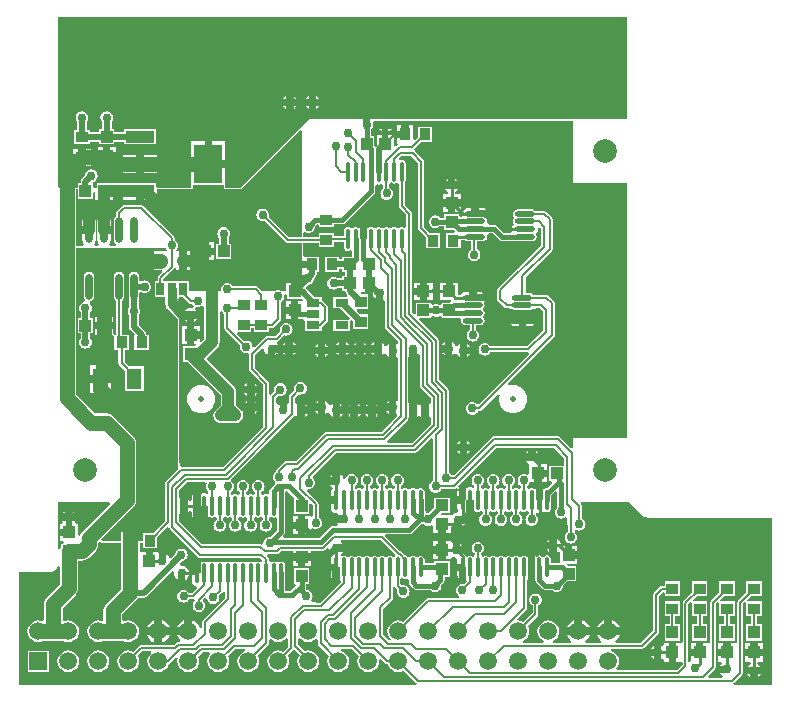
<source format=gtl>
%FSLAX25Y25*%
%MOIN*%
G70*
G01*
G75*
G04 Layer_Physical_Order=1*
G04 Layer_Color=255*
%ADD10R,0.03937X0.03937*%
%ADD11O,0.02362X0.08661*%
%ADD12R,0.02559X0.04331*%
%ADD13R,0.03937X0.03543*%
%ADD14R,0.03543X0.03937*%
%ADD15R,0.05118X0.07087*%
%ADD16R,0.03937X0.04331*%
%ADD17R,0.03937X0.03937*%
%ADD18R,0.04331X0.02559*%
%ADD19O,0.01378X0.06693*%
%ADD20O,0.06693X0.01772*%
%ADD21R,0.09449X0.03937*%
%ADD22R,0.09449X0.12992*%
%ADD23C,0.03000*%
%ADD24C,0.00700*%
%ADD25C,0.01969*%
%ADD26C,0.05000*%
%ADD27C,0.00800*%
%ADD28C,0.04000*%
%ADD29C,0.02000*%
%ADD30C,0.00787*%
%ADD31C,0.01500*%
%ADD32C,0.01000*%
%ADD33C,0.02500*%
%ADD34C,0.01969*%
%ADD35R,0.05906X0.05906*%
%ADD36C,0.05906*%
%ADD37C,0.07874*%
%ADD38C,0.03000*%
G36*
X655313Y247977D02*
X655324Y247982D01*
X655769Y248323D01*
X656200Y248110D01*
X656397Y247960D01*
Y237785D01*
X656470Y237414D01*
X656680Y237100D01*
X659940Y233841D01*
Y232147D01*
X659312Y231837D01*
X659261Y231877D01*
X659250Y231881D01*
Y229693D01*
Y227505D01*
X659261Y227509D01*
X659312Y227549D01*
X659940Y227239D01*
Y225140D01*
X653672Y218873D01*
X645538D01*
X645271Y219519D01*
X652189Y226438D01*
X652399Y226752D01*
X652461Y227065D01*
X652813Y227253D01*
Y229693D01*
Y232143D01*
X652472Y232370D01*
Y247488D01*
X652813Y247716D01*
Y250165D01*
X655313D01*
Y247977D01*
D02*
G37*
G36*
X630997Y284122D02*
X631097Y283619D01*
X631382Y283193D01*
X631808Y282908D01*
X632311Y282808D01*
X632814Y282908D01*
X632876Y282949D01*
X633494Y282620D01*
Y280884D01*
X630432D01*
Y279946D01*
X629269D01*
Y280884D01*
X624526D01*
Y275746D01*
X629269D01*
Y276684D01*
X630432D01*
Y275746D01*
X631369D01*
Y274584D01*
X630432D01*
Y273647D01*
X628812D01*
X628547Y273850D01*
X628036Y274062D01*
X627488Y274134D01*
X626940Y274062D01*
X626429Y273850D01*
X625990Y273514D01*
X625654Y273075D01*
X625442Y272564D01*
X625370Y272016D01*
X625442Y271467D01*
X625654Y270957D01*
X625990Y270518D01*
X626429Y270181D01*
X626940Y269970D01*
X627488Y269898D01*
X628036Y269970D01*
X628547Y270181D01*
X628812Y270384D01*
X630432D01*
Y269447D01*
X631370D01*
X631486Y268866D01*
X631493Y268832D01*
X631847Y268303D01*
X632104Y268046D01*
X631836Y267399D01*
X627479D01*
Y263640D01*
X629817D01*
X632891Y260566D01*
X632700Y260104D01*
D01*
X632623Y259919D01*
X627479D01*
Y256160D01*
X633009D01*
Y259533D01*
X633195Y259610D01*
D01*
X633393Y259691D01*
X633975Y259302D01*
Y256849D01*
X639112D01*
Y261592D01*
X636479D01*
X635176Y262895D01*
X635444Y263542D01*
X639112D01*
Y268285D01*
X636945D01*
X636556Y268867D01*
X636631Y269047D01*
X638049D01*
Y272016D01*
X640549D01*
Y267870D01*
X640659Y267605D01*
X641059Y267083D01*
X641582Y266682D01*
X641593Y266678D01*
Y268866D01*
X644093D01*
Y266678D01*
X644103Y266682D01*
X644716Y265883D01*
Y257351D01*
X644790Y256980D01*
X645000Y256666D01*
X645301Y256364D01*
X645301Y256364D01*
X649058Y252608D01*
X648944Y251917D01*
X648507Y251702D01*
X648434Y251759D01*
X648423Y251763D01*
Y249575D01*
Y247387D01*
X648434Y247391D01*
X648507Y247447D01*
X649135Y247138D01*
Y233114D01*
X648507Y232804D01*
X648434Y232861D01*
X648423Y232865D01*
Y230677D01*
Y228489D01*
X648434Y228493D01*
X648507Y228550D01*
X648688Y228461D01*
X648802Y227770D01*
X643448Y222416D01*
X624940D01*
X624569Y222342D01*
X624255Y222132D01*
X614871Y212748D01*
X611740D01*
X611370Y212674D01*
X611055Y212464D01*
X608693Y210102D01*
X608483Y209788D01*
X608409Y209417D01*
Y209321D01*
X608319Y209283D01*
X607880Y208947D01*
X607544Y208508D01*
X607332Y207997D01*
X607260Y207449D01*
X607332Y206901D01*
X607544Y206390D01*
X607880Y205951D01*
X607917Y205923D01*
X607963Y205224D01*
X606535Y203796D01*
X606236Y203350D01*
X606131Y202823D01*
Y201963D01*
X605514Y201633D01*
X605452Y201675D01*
X604949Y201775D01*
X604446Y201675D01*
X604019Y201390D01*
X604019D01*
X603403Y201802D01*
Y202446D01*
X603449Y202465D01*
X603888Y202801D01*
X604224Y203240D01*
X604436Y203751D01*
X604508Y204299D01*
X604436Y204847D01*
X604224Y205358D01*
X603888Y205797D01*
X603449Y206134D01*
X602938Y206345D01*
X602390Y206417D01*
X601842Y206345D01*
X601331Y206134D01*
X600892Y205797D01*
X600555Y205358D01*
X600344Y204847D01*
X600272Y204299D01*
X600344Y203751D01*
X600555Y203240D01*
X600892Y202801D01*
X601331Y202465D01*
X601377Y202446D01*
Y201802D01*
X600760Y201390D01*
X600760D01*
X600334Y201675D01*
X599831Y201775D01*
X599328Y201675D01*
X598901Y201390D01*
X598901D01*
X598285Y201802D01*
Y202446D01*
X598331Y202465D01*
X598769Y202801D01*
X599106Y203240D01*
X599318Y203751D01*
X599390Y204299D01*
X599318Y204847D01*
X599106Y205358D01*
X598769Y205797D01*
X598331Y206134D01*
X597820Y206345D01*
X597272Y206417D01*
X596723Y206345D01*
X596213Y206134D01*
X595774Y205797D01*
X595437Y205358D01*
X595226Y204847D01*
X595154Y204299D01*
X595226Y203751D01*
X595437Y203240D01*
X595774Y202801D01*
X596213Y202465D01*
X596258Y202446D01*
Y201802D01*
X595642Y201390D01*
X595642D01*
X595216Y201675D01*
X594713Y201775D01*
X594210Y201675D01*
X593783Y201390D01*
X593783D01*
X593167Y201802D01*
Y202446D01*
X593213Y202465D01*
X593651Y202801D01*
X593988Y203240D01*
X594200Y203751D01*
X594272Y204299D01*
X594200Y204847D01*
X593988Y205358D01*
X593651Y205797D01*
X593468Y205938D01*
X593422Y206636D01*
X614394Y227607D01*
X614407Y227627D01*
X615098Y227742D01*
X615401Y227509D01*
X615411Y227505D01*
Y229693D01*
Y231881D01*
X615401Y231877D01*
X615305Y231803D01*
X614677Y232113D01*
Y233819D01*
X615826Y234968D01*
X615916Y234930D01*
X616465Y234858D01*
X617013Y234930D01*
X617524Y235142D01*
X617962Y235479D01*
X618299Y235917D01*
X618510Y236428D01*
X618583Y236976D01*
X618510Y237525D01*
X618299Y238035D01*
X617962Y238474D01*
X617524Y238811D01*
X617013Y239022D01*
X616465Y239094D01*
X615916Y239022D01*
X615406Y238811D01*
X614967Y238474D01*
X614630Y238035D01*
X614419Y237525D01*
X614347Y236976D01*
X614419Y236428D01*
X614456Y236338D01*
X613024Y234905D01*
X612814Y234591D01*
X612740Y234221D01*
Y232113D01*
X612112Y231803D01*
X612017Y231877D01*
X612006Y231881D01*
Y229693D01*
X609506D01*
Y231881D01*
X609495Y231877D01*
X609006Y231501D01*
X608821Y231592D01*
X608378Y231932D01*
Y233819D01*
X609133Y234574D01*
X609223Y234537D01*
X609772Y234465D01*
X610320Y234537D01*
X610831Y234748D01*
X611269Y235085D01*
X611606Y235524D01*
X611818Y236034D01*
X611890Y236583D01*
X611818Y237131D01*
X611606Y237642D01*
X611269Y238080D01*
X610831Y238417D01*
X610320Y238629D01*
X609772Y238701D01*
X609223Y238629D01*
X608713Y238417D01*
X608274Y238080D01*
X607937Y237642D01*
X607726Y237131D01*
X607654Y236583D01*
X607726Y236034D01*
X607763Y235944D01*
X606725Y234905D01*
X606686Y234847D01*
X606016Y235051D01*
Y238551D01*
X605942Y238922D01*
X605732Y239236D01*
X601291Y243677D01*
Y247992D01*
X603561Y250262D01*
X604075Y250195D01*
X604304Y250117D01*
X604383Y249513D01*
X604635Y248905D01*
X605036Y248382D01*
X605558Y247982D01*
X605569Y247977D01*
Y250165D01*
X606819D01*
Y251415D01*
X609007D01*
X609003Y251426D01*
X608608Y251941D01*
X608854Y252596D01*
X608961Y252617D01*
X609275Y252827D01*
X611101Y254653D01*
X611192Y254615D01*
X611740Y254543D01*
X612288Y254615D01*
X612799Y254827D01*
X613238Y255164D01*
X613575Y255602D01*
X613786Y256113D01*
X613858Y256661D01*
X613786Y257210D01*
X613575Y257720D01*
X613238Y258159D01*
X612799Y258496D01*
X612288Y258707D01*
X611740Y258780D01*
X611192Y258707D01*
X610681Y258496D01*
X610242Y258159D01*
X609906Y257720D01*
X609694Y257210D01*
X609622Y256661D01*
X609694Y256113D01*
X609732Y256023D01*
X608189Y254480D01*
X605441D01*
X605070Y254407D01*
X604756Y254197D01*
X601217Y250658D01*
X600656Y250732D01*
X600467Y250796D01*
X600400Y251304D01*
X600189Y251815D01*
X599852Y252254D01*
X599413Y252590D01*
X598903Y252802D01*
X598354Y252874D01*
X597806Y252802D01*
X597716Y252764D01*
X595459Y255021D01*
X595727Y255668D01*
X600135D01*
Y257071D01*
X600904D01*
Y255668D01*
X606041D01*
Y257071D01*
X606819D01*
X607190Y257144D01*
X607504Y257354D01*
X609669Y259520D01*
X609879Y259834D01*
X609953Y260205D01*
Y265813D01*
X610043Y265851D01*
X610482Y266187D01*
X610819Y266626D01*
X611030Y267137D01*
X611102Y267685D01*
X611045Y268122D01*
X611272Y268381D01*
X611928Y268135D01*
Y266691D01*
X616850D01*
X617239Y266109D01*
X617164Y265929D01*
X615746D01*
Y262961D01*
Y259992D01*
X617135D01*
X617135Y259992D01*
Y259992D01*
X617464Y259992D01*
X617630Y259500D01*
X617630D01*
X617959D01*
X618030D01*
Y256160D01*
X623561D01*
Y257298D01*
X623646Y257354D01*
X625417Y259126D01*
X625627Y259440D01*
X625701Y259811D01*
Y264142D01*
X625627Y264512D01*
X625417Y264827D01*
X624039Y266205D01*
X623725Y266415D01*
X623561Y266447D01*
Y267399D01*
X621223D01*
X618209Y270413D01*
X618186Y270643D01*
X619044Y271501D01*
X619375Y271545D01*
X619886Y271756D01*
X620325Y272093D01*
X620661Y272532D01*
X620873Y273042D01*
X620916Y273373D01*
X621358Y273815D01*
X621712Y274344D01*
X621836Y274969D01*
Y275746D01*
X622576D01*
Y280884D01*
X617833D01*
D01*
X617833D01*
X617470Y281246D01*
Y285417D01*
X622557D01*
Y284014D01*
X627695D01*
Y285811D01*
X630997D01*
Y284122D01*
D02*
G37*
G36*
X553027Y198534D02*
X543731Y189238D01*
X543234Y188590D01*
X542954Y187915D01*
X542268Y188052D01*
Y191913D01*
X541592D01*
X541283Y192541D01*
X541483Y192802D01*
X541487Y192813D01*
X537111D01*
X537115Y192802D01*
X537316Y192541D01*
X537006Y191913D01*
X536331D01*
Y190195D01*
X539299D01*
Y187695D01*
X536331D01*
Y185976D01*
X537459D01*
X537524Y185783D01*
X537117Y185214D01*
X536731D01*
Y184391D01*
X536591Y184209D01*
X536279Y183455D01*
X535591Y183546D01*
Y199181D01*
X552760D01*
X553027Y198534D01*
D02*
G37*
G36*
X571717Y283555D02*
X571990Y283200D01*
X571760Y282734D01*
X571704Y282661D01*
X567531D01*
Y280746D01*
X569811D01*
Y278246D01*
X567531D01*
Y276331D01*
X570201D01*
X570430Y275776D01*
X569126Y274472D01*
X568916Y274158D01*
X568842Y273787D01*
Y272813D01*
X567932D01*
Y267282D01*
X571433D01*
Y264929D01*
X571505Y264381D01*
X571717Y263870D01*
X572053Y263431D01*
X575527Y259958D01*
Y210007D01*
X571650Y206130D01*
X571440Y205816D01*
X571366Y205445D01*
Y192657D01*
X567466Y188758D01*
X563896D01*
Y186189D01*
X562347D01*
Y189157D01*
X560825D01*
Y186189D01*
X558325D01*
Y189157D01*
X556803D01*
Y186189D01*
X550310D01*
X550080Y186743D01*
X560802Y197465D01*
X560802Y197465D01*
X561083Y197831D01*
X561298Y198112D01*
X561611Y198866D01*
X561717Y199676D01*
Y218866D01*
X561717Y218866D01*
X561664Y219271D01*
X561611Y219675D01*
X561481Y219988D01*
X561298Y220429D01*
X560952Y220881D01*
X560802Y221077D01*
X560802Y221077D01*
X554109Y227770D01*
X553461Y228267D01*
X553240Y228358D01*
X552707Y228579D01*
X552302Y228632D01*
X551898Y228686D01*
X551897Y228686D01*
X548075D01*
X541639Y235122D01*
Y283896D01*
X571576D01*
X571717Y283555D01*
D02*
G37*
G36*
X572814Y190492D02*
X572840Y190359D01*
X573050Y190045D01*
X582315Y180780D01*
X582629Y180570D01*
X583000Y180496D01*
X603071D01*
X603708Y179859D01*
X603639Y179163D01*
X603319Y178949D01*
X602893Y179234D01*
X602390Y179334D01*
X601887Y179234D01*
X601461Y178949D01*
X600760Y178949D01*
X600334Y179234D01*
X599831Y179334D01*
X599328Y179234D01*
X598901Y178949D01*
X598201D01*
X597775Y179234D01*
X597272Y179334D01*
X596769Y179234D01*
X596342Y178949D01*
X595642D01*
X595216Y179234D01*
X594713Y179334D01*
X594210Y179234D01*
X593783Y178949D01*
X593083D01*
X592657Y179234D01*
X592154Y179334D01*
X591651Y179234D01*
X591224Y178949D01*
X590524D01*
X590097Y179234D01*
X589595Y179334D01*
X589092Y179234D01*
X588665Y178949D01*
X587965D01*
X587538Y179234D01*
X587035Y179334D01*
X586532Y179234D01*
X586106Y178949D01*
X585406D01*
X584979Y179234D01*
X584476Y179334D01*
X583974Y179234D01*
X583547Y178949D01*
X583167Y179215D01*
Y178047D01*
X583162Y178020D01*
Y175362D01*
X580667D01*
Y179189D01*
X580326Y178679D01*
X580195Y178020D01*
Y172705D01*
X580326Y172046D01*
X580700Y171487D01*
X581258Y171114D01*
X581730Y171020D01*
X581933Y170350D01*
X580237Y168654D01*
X579360D01*
X579322Y168744D01*
X578986Y169183D01*
X578547Y169519D01*
X578036Y169731D01*
X577488Y169803D01*
X576940Y169731D01*
X576429Y169519D01*
X575990Y169183D01*
X575654Y168744D01*
X575442Y168233D01*
X575370Y167685D01*
X575442Y167137D01*
X575654Y166626D01*
X575990Y166187D01*
X576429Y165851D01*
X576940Y165639D01*
X577488Y165567D01*
X578036Y165639D01*
X578547Y165851D01*
X578986Y166187D01*
X579322Y166626D01*
X579360Y166716D01*
X580638D01*
X580964Y166781D01*
X581252Y166144D01*
X581109Y166033D01*
X580772Y165594D01*
X580560Y165084D01*
X580488Y164535D01*
X580560Y163987D01*
X580772Y163476D01*
X581109Y163038D01*
X581547Y162701D01*
X582058Y162489D01*
X582606Y162417D01*
X583154Y162489D01*
X583665Y162701D01*
X584104Y163038D01*
X584441Y163476D01*
X584652Y163987D01*
X584724Y164535D01*
X584652Y165084D01*
X584441Y165594D01*
X584104Y166033D01*
X584067Y166595D01*
X584601Y167129D01*
X585264Y166904D01*
X585285Y166743D01*
X585496Y166232D01*
X585833Y165794D01*
X586272Y165457D01*
X586783Y165245D01*
X587331Y165173D01*
X587879Y165245D01*
X588390Y165457D01*
X588828Y165794D01*
X589165Y166232D01*
X589377Y166743D01*
X589449Y167291D01*
X589377Y167840D01*
X589339Y167930D01*
X590279Y168870D01*
X590489Y169184D01*
X591185Y169046D01*
Y167004D01*
X583890Y159708D01*
X583680Y159394D01*
X583606Y159024D01*
Y157155D01*
X582914Y157063D01*
X582516Y158025D01*
X581882Y158851D01*
X581056Y159484D01*
X580313Y159792D01*
Y156032D01*
X579063D01*
Y154781D01*
X575302D01*
X575610Y154038D01*
X576244Y153212D01*
X576435Y153066D01*
X576210Y152403D01*
X575793D01*
X575422Y152329D01*
X575108Y152119D01*
X574320Y151331D01*
X563394D01*
X563023Y151257D01*
X562709Y151047D01*
X560814Y149152D01*
X559990Y149493D01*
X559063Y149615D01*
X558136Y149493D01*
X557271Y149135D01*
X556529Y148565D01*
X555960Y147823D01*
X555602Y146959D01*
X555480Y146031D01*
X555602Y145104D01*
X555960Y144240D01*
X556529Y143498D01*
X557271Y142928D01*
X558136Y142570D01*
X559063Y142448D01*
X559990Y142570D01*
X560855Y142928D01*
X561597Y143498D01*
X562166Y144240D01*
X562524Y145104D01*
X562646Y146031D01*
X562524Y146959D01*
X562183Y147782D01*
X563795Y149394D01*
X566520D01*
X566745Y148731D01*
X566529Y148565D01*
X565960Y147823D01*
X565602Y146959D01*
X565480Y146031D01*
X565602Y145104D01*
X565960Y144240D01*
X566529Y143498D01*
X567271Y142928D01*
X568135Y142570D01*
X569063Y142448D01*
X569990Y142570D01*
X570855Y142928D01*
X571597Y143498D01*
X572166Y144240D01*
X572520Y145093D01*
X572741Y145137D01*
X573055Y145347D01*
X574941Y147233D01*
X575554Y146979D01*
X575601Y146955D01*
X575480Y146031D01*
X575602Y145104D01*
X575960Y144240D01*
X576529Y143498D01*
X577271Y142928D01*
X578135Y142570D01*
X579063Y142448D01*
X579990Y142570D01*
X580855Y142928D01*
X581597Y143498D01*
X582166Y144240D01*
X582524Y145104D01*
X582646Y146031D01*
X582524Y146959D01*
X582302Y147496D01*
X583872Y149066D01*
X586122D01*
X586431Y148438D01*
X585960Y147823D01*
X585602Y146959D01*
X585480Y146031D01*
X585602Y145104D01*
X585960Y144240D01*
X586529Y143498D01*
X587271Y142928D01*
X588135Y142570D01*
X589063Y142448D01*
X589990Y142570D01*
X590855Y142928D01*
X591597Y143498D01*
X592166Y144240D01*
X592524Y145104D01*
X592646Y146031D01*
X592524Y146959D01*
X592183Y147782D01*
X594582Y150181D01*
X598045D01*
X598136Y149493D01*
X597271Y149135D01*
X596529Y148565D01*
X595960Y147823D01*
X595602Y146959D01*
X595480Y146031D01*
X595602Y145104D01*
X595960Y144240D01*
X596529Y143498D01*
X597271Y142928D01*
X598136Y142570D01*
X599063Y142448D01*
X599990Y142570D01*
X600855Y142928D01*
X601597Y143498D01*
X602166Y144240D01*
X602524Y145104D01*
X602646Y146031D01*
X602524Y146959D01*
X602183Y147782D01*
X605732Y151331D01*
X605942Y151645D01*
X606016Y152016D01*
Y153100D01*
X606644Y153410D01*
X607271Y152928D01*
X608136Y152570D01*
X609063Y152448D01*
X609990Y152570D01*
X610855Y152928D01*
X611597Y153498D01*
X611684Y153611D01*
X612346Y153386D01*
Y150685D01*
X610814Y149152D01*
X609990Y149493D01*
X609063Y149615D01*
X608136Y149493D01*
X607271Y149135D01*
X606529Y148565D01*
X605960Y147823D01*
X605602Y146959D01*
X605480Y146031D01*
X605602Y145104D01*
X605960Y144240D01*
X606529Y143498D01*
X607271Y142928D01*
X608136Y142570D01*
X609063Y142448D01*
X609990Y142570D01*
X610855Y142928D01*
X611597Y143498D01*
X612166Y144240D01*
X612524Y145104D01*
X612646Y146031D01*
X612524Y146959D01*
X612183Y147782D01*
X614000Y149599D01*
X614059Y149688D01*
X614756Y149756D01*
X616276Y148236D01*
X615960Y147823D01*
X615602Y146959D01*
X615480Y146031D01*
X615602Y145104D01*
X615960Y144240D01*
X616529Y143498D01*
X617271Y142928D01*
X618135Y142570D01*
X619063Y142448D01*
X619990Y142570D01*
X620855Y142928D01*
X621597Y143498D01*
X622166Y144240D01*
X622524Y145104D01*
X622646Y146031D01*
X622524Y146959D01*
X622166Y147823D01*
X621597Y148565D01*
X620855Y149135D01*
X619990Y149493D01*
X619063Y149615D01*
X618135Y149493D01*
X617869Y149382D01*
X615684Y151568D01*
Y153511D01*
X616346Y153736D01*
X616529Y153498D01*
X617271Y152928D01*
X618135Y152570D01*
X619063Y152448D01*
X619990Y152570D01*
X620855Y152928D01*
X621561Y153470D01*
X621761Y153371D01*
X622189Y153043D01*
Y151937D01*
X622263Y151566D01*
X622473Y151252D01*
X625943Y147782D01*
X625602Y146959D01*
X625480Y146031D01*
X625602Y145104D01*
X625960Y144240D01*
X626529Y143498D01*
X627271Y142928D01*
X628135Y142570D01*
X629063Y142448D01*
X629990Y142570D01*
X630855Y142928D01*
X631597Y143498D01*
X632166Y144240D01*
X632524Y145104D01*
X632646Y146031D01*
X632524Y146959D01*
X632166Y147823D01*
X631597Y148565D01*
X630855Y149135D01*
X629990Y149493D01*
X630081Y150181D01*
X633544D01*
X635943Y147782D01*
X635602Y146959D01*
X635480Y146031D01*
X635602Y145104D01*
X635960Y144240D01*
X636529Y143498D01*
X637271Y142928D01*
X638135Y142570D01*
X639063Y142448D01*
X639990Y142570D01*
X640855Y142928D01*
X641597Y143498D01*
X642166Y144240D01*
X642524Y145104D01*
X642646Y146031D01*
X642608Y146321D01*
X643236Y146630D01*
X644520Y145347D01*
X644834Y145137D01*
X645205Y145063D01*
X645619D01*
X645960Y144240D01*
X646529Y143498D01*
X647271Y142928D01*
X648136Y142570D01*
X649063Y142448D01*
X649990Y142570D01*
X650813Y142911D01*
X654881Y138844D01*
X655153Y138662D01*
X654950Y137992D01*
X522599D01*
Y175724D01*
X533000D01*
X533671Y175813D01*
X534295Y176071D01*
X534832Y176483D01*
X535244Y177020D01*
X535486Y177605D01*
X536172Y177468D01*
Y171736D01*
X531852Y167416D01*
X531355Y166768D01*
X531264Y166547D01*
X531043Y166014D01*
X530990Y165609D01*
X530936Y165205D01*
X530936Y165205D01*
Y159731D01*
X530354Y159342D01*
X529990Y159493D01*
X529063Y159615D01*
X528135Y159493D01*
X527271Y159135D01*
X526529Y158565D01*
X525960Y157823D01*
X525602Y156959D01*
X525480Y156032D01*
X525602Y155104D01*
X525960Y154240D01*
X526529Y153498D01*
X527271Y152928D01*
X528135Y152570D01*
X529063Y152448D01*
X529990Y152570D01*
X530798Y152905D01*
X537328D01*
X538135Y152570D01*
X539063Y152448D01*
X539990Y152570D01*
X540855Y152928D01*
X541597Y153498D01*
X542166Y154240D01*
X542524Y155104D01*
X542646Y156032D01*
X542524Y156959D01*
X542166Y157823D01*
X541597Y158565D01*
X540855Y159135D01*
X539990Y159493D01*
X539063Y159615D01*
X538135Y159493D01*
X537772Y159342D01*
X537190Y159731D01*
Y163910D01*
X541510Y168230D01*
X541510Y168230D01*
X541791Y168596D01*
X542007Y168878D01*
X542319Y169632D01*
X542426Y170441D01*
Y179519D01*
X543630D01*
X543630Y179519D01*
X544439Y179625D01*
X545193Y179938D01*
X545841Y180435D01*
X548153Y182747D01*
X548153Y182747D01*
X548434Y183113D01*
X548650Y183394D01*
X548962Y184148D01*
X549068Y184958D01*
Y185325D01*
X549587Y185795D01*
X549870Y185768D01*
X549877Y185756D01*
X550076Y185624D01*
X550310Y185577D01*
X550310D01*
D01*
X556529D01*
X556555Y185380D01*
X556645Y185162D01*
Y179496D01*
Y170161D01*
X551655Y165172D01*
X551158Y164524D01*
X550846Y163770D01*
X550739Y162961D01*
X550739Y162961D01*
Y159813D01*
X550157Y159424D01*
X549990Y159493D01*
X549063Y159615D01*
X548136Y159493D01*
X547271Y159135D01*
X546529Y158565D01*
X545960Y157823D01*
X545602Y156959D01*
X545480Y156032D01*
X545602Y155104D01*
X545960Y154240D01*
X546529Y153498D01*
X547271Y152928D01*
X548136Y152570D01*
X549063Y152448D01*
X549990Y152570D01*
X550798Y152905D01*
X557328D01*
X558136Y152570D01*
X559063Y152448D01*
X559990Y152570D01*
X560855Y152928D01*
X561597Y153498D01*
X562166Y154240D01*
X562524Y155104D01*
X562646Y156032D01*
X562524Y156959D01*
X562166Y157823D01*
X561597Y158565D01*
X560855Y159135D01*
X559990Y159493D01*
X559063Y159615D01*
X558136Y159493D01*
X557575Y159261D01*
X556993Y159650D01*
Y161665D01*
X561983Y166655D01*
X561983Y166655D01*
X562264Y167022D01*
X562427Y167235D01*
X564297D01*
X564921Y167359D01*
X565451Y167713D01*
X573800Y176061D01*
X574427Y175752D01*
X574376Y175362D01*
X574462Y174710D01*
X574714Y174101D01*
X575115Y173579D01*
X575637Y173179D01*
X575648Y173174D01*
Y175362D01*
X578148D01*
Y173174D01*
X578158Y173179D01*
X578681Y173579D01*
X579081Y174101D01*
X579333Y174710D01*
X579419Y175362D01*
X579333Y176015D01*
X579081Y176623D01*
X578681Y177145D01*
X578158Y177546D01*
X577550Y177798D01*
X576898Y177884D01*
X576508Y177832D01*
X576198Y178460D01*
X577143Y179405D01*
X577249Y179419D01*
X577760Y179630D01*
X578198Y179967D01*
X578535Y180405D01*
X578747Y180916D01*
X578819Y181465D01*
X578747Y182013D01*
X578535Y182524D01*
X578198Y182962D01*
X577760Y183299D01*
X577249Y183510D01*
X576701Y183583D01*
X576153Y183510D01*
X575642Y183299D01*
X575203Y182962D01*
X574866Y182524D01*
X574655Y182013D01*
X574583Y181465D01*
X574583Y181459D01*
X573410Y180286D01*
X572724Y180423D01*
X572585Y180757D01*
X572185Y181279D01*
X571662Y181680D01*
X571652Y181684D01*
Y179496D01*
X569152D01*
Y182193D01*
X569039Y182268D01*
Y182465D01*
X567321D01*
Y179496D01*
X564821D01*
Y182465D01*
X563102D01*
D01*
X563102D01*
X562898Y182668D01*
Y185577D01*
X563896D01*
Y183621D01*
X568639D01*
Y187191D01*
X572144Y190695D01*
X572814Y190492D01*
D02*
G37*
G36*
X647162Y305349D02*
X647665Y305249D01*
X648168Y305349D01*
X648595Y305634D01*
X649256Y305192D01*
Y297705D01*
X649330Y297334D01*
X649540Y297020D01*
X651716Y294843D01*
Y290742D01*
X651645Y290695D01*
X651099Y290403D01*
X650727Y290651D01*
X650224Y290751D01*
X649721Y290651D01*
X649295Y290366D01*
X648595D01*
X648168Y290651D01*
X647665Y290751D01*
X647162Y290651D01*
X646736Y290366D01*
X646036D01*
X645609Y290651D01*
X645106Y290751D01*
X644603Y290651D01*
X644177Y290366D01*
X643476D01*
X643050Y290651D01*
X642547Y290751D01*
X642044Y290651D01*
X641618Y290366D01*
X640917D01*
X640491Y290651D01*
X639988Y290751D01*
X639485Y290651D01*
X639059Y290366D01*
X638679Y290632D01*
Y289464D01*
X638674Y289437D01*
Y286779D01*
X636247D01*
X636185Y287092D01*
Y289437D01*
X636179Y289464D01*
Y290632D01*
X635799Y290366D01*
X635373Y290651D01*
X634870Y290751D01*
X634367Y290651D01*
X633941Y290366D01*
X633240Y290366D01*
X632814Y290651D01*
X632311Y290751D01*
X631808Y290651D01*
X631382Y290366D01*
X631097Y289940D01*
X630997Y289437D01*
Y287748D01*
X627695D01*
Y288757D01*
X622557D01*
Y287354D01*
X617470D01*
Y288818D01*
X618098Y289128D01*
X618161Y289079D01*
X618672Y288867D01*
X619220Y288795D01*
X619769Y288867D01*
X620280Y289079D01*
X620718Y289416D01*
X621055Y289854D01*
X621266Y290365D01*
X621339Y290913D01*
X621319Y291065D01*
X621911Y291657D01*
X622557Y291389D01*
Y290707D01*
X627695D01*
Y291702D01*
X630441D01*
X630968Y291807D01*
X631414Y292105D01*
X640962Y301653D01*
X641260Y302099D01*
X641365Y302626D01*
Y304524D01*
X641906Y304969D01*
X642547Y304841D01*
X643206Y304972D01*
X643520Y305182D01*
X644138Y304852D01*
Y303765D01*
X643707Y303435D01*
X643370Y302996D01*
X643159Y302485D01*
X643087Y301937D01*
X643159Y301389D01*
X643370Y300878D01*
X643707Y300439D01*
X644146Y300103D01*
X644657Y299891D01*
X645205Y299819D01*
X645753Y299891D01*
X646264Y300103D01*
X646702Y300439D01*
X647039Y300878D01*
X647251Y301389D01*
X647323Y301937D01*
X647251Y302485D01*
X647039Y302996D01*
X646702Y303435D01*
X646264Y303771D01*
X646075Y303850D01*
Y305192D01*
X646736Y305634D01*
X647162Y305349D01*
D02*
G37*
G36*
X616858Y322729D02*
Y287354D01*
X612732D01*
X605875Y294212D01*
X605912Y294302D01*
X605984Y294850D01*
X605912Y295399D01*
X605700Y295910D01*
X605364Y296348D01*
X604925Y296685D01*
X604414Y296896D01*
X603866Y296969D01*
X603318Y296896D01*
X602807Y296685D01*
X602368Y296348D01*
X602032Y295910D01*
X601820Y295399D01*
X601748Y294850D01*
X601820Y294302D01*
X602032Y293791D01*
X602368Y293353D01*
X602807Y293016D01*
X603318Y292804D01*
X603866Y292732D01*
X604414Y292804D01*
X604505Y292842D01*
X611646Y285701D01*
X611960Y285491D01*
X612331Y285417D01*
X616858D01*
Y279565D01*
X620205D01*
Y277065D01*
X616858D01*
Y275132D01*
X616643Y274851D01*
X616639Y274840D01*
X618827D01*
Y272340D01*
X616220D01*
X616145Y272228D01*
X615746D01*
Y269260D01*
X613246D01*
Y272228D01*
X611528D01*
Y269260D01*
X610382D01*
X610043Y269519D01*
X609532Y269731D01*
X608984Y269803D01*
X608436Y269731D01*
X607925Y269519D01*
X607587Y269260D01*
X603661D01*
X602189Y270732D01*
X601875Y270942D01*
X601504Y271016D01*
X593927D01*
X593890Y271106D01*
X593553Y271545D01*
X593114Y271882D01*
X592603Y272093D01*
X592055Y272165D01*
X591507Y272093D01*
X590996Y271882D01*
X590557Y271545D01*
X590221Y271106D01*
X590009Y270595D01*
X589937Y270047D01*
X589981Y269711D01*
X589586Y269260D01*
X579171D01*
Y272813D01*
X570780D01*
Y273386D01*
X574236Y276843D01*
X574438Y277144D01*
X575012Y276970D01*
Y276331D01*
X576041D01*
Y279496D01*
Y282661D01*
X575398D01*
X575342Y282734D01*
X575113Y283200D01*
X575386Y283555D01*
X575597Y284066D01*
X575669Y284614D01*
X575597Y285162D01*
X575386Y285673D01*
X575049Y286112D01*
X574610Y286449D01*
X574520Y286486D01*
Y286976D01*
X574446Y287347D01*
X574236Y287661D01*
X564000Y297898D01*
X563686Y298108D01*
X563315Y298181D01*
X557803D01*
X557433Y298108D01*
X557118Y297898D01*
X555288Y296067D01*
X555078Y295753D01*
X555004Y295382D01*
Y294377D01*
X554688Y294166D01*
X554295Y293577D01*
X554156Y292882D01*
Y286583D01*
X554295Y285888D01*
X554688Y285299D01*
X555013Y285082D01*
X554839Y284507D01*
X552927D01*
X552593Y284942D01*
X552542Y285046D01*
X552878Y285483D01*
X553097Y286013D01*
X553172Y286583D01*
Y288482D01*
X550972D01*
Y289732D01*
X549722D01*
Y294672D01*
X549417Y294438D01*
X549067Y293982D01*
X548847Y293451D01*
X548772Y292882D01*
Y286583D01*
X548847Y286013D01*
X549067Y285483D01*
X549403Y285046D01*
X549352Y284942D01*
X549018Y284507D01*
X547927D01*
X547593Y284942D01*
X547542Y285046D01*
X547878Y285483D01*
X548097Y286013D01*
X548172Y286583D01*
Y292882D01*
X548097Y293451D01*
X547878Y293982D01*
X547528Y294438D01*
X547222Y294672D01*
Y289732D01*
X545972D01*
Y288482D01*
X543773D01*
Y286583D01*
X543848Y286013D01*
X544067Y285483D01*
X544403Y285046D01*
X544352Y284942D01*
X544018Y284507D01*
X541639D01*
Y303294D01*
X542242D01*
Y300156D01*
X547379D01*
Y301516D01*
X547545Y302346D01*
X548142Y302288D01*
Y299756D01*
X549860D01*
Y302724D01*
X551110D01*
Y303974D01*
X554079D01*
Y304735D01*
X557197D01*
Y303974D01*
X562921D01*
Y302724D01*
X564171D01*
Y299756D01*
X568646D01*
Y303294D01*
X580031D01*
X580266Y303340D01*
X580464Y303473D01*
X580597Y303671D01*
X580643Y303906D01*
Y304283D01*
X580643Y304283D01*
Y304683D01*
X590869D01*
Y304283D01*
X590869Y304283D01*
Y303906D01*
X590915Y303671D01*
X591048Y303473D01*
X591246Y303340D01*
X591480Y303294D01*
X596386D01*
X596620Y303340D01*
X596818Y303473D01*
X616304Y322958D01*
X616858Y322729D01*
D02*
G37*
G36*
X625882Y183506D02*
X625938Y183076D01*
X626190Y182468D01*
X626591Y181945D01*
X627113Y181545D01*
X627123Y181540D01*
X627156Y181206D01*
X626783Y180647D01*
X626652Y179988D01*
Y178581D01*
X628374D01*
Y177331D01*
X629619D01*
Y174673D01*
X629624Y174646D01*
Y173144D01*
X629802Y173049D01*
X629904Y172357D01*
X623052Y165504D01*
X620328Y165670D01*
X620295Y165713D01*
X620023Y166308D01*
X620267Y166626D01*
X620479Y167137D01*
X620551Y167685D01*
X620479Y168233D01*
X620267Y168744D01*
X619931Y169183D01*
X619492Y169519D01*
X618981Y169731D01*
X618433Y169803D01*
X618433Y169803D01*
X618433Y169803D01*
X618235Y169830D01*
Y171228D01*
Y171809D01*
X619427D01*
Y176946D01*
X614290D01*
Y171809D01*
X614578D01*
X614846Y171163D01*
X613138Y169455D01*
X611443D01*
Y175362D01*
X611381Y175675D01*
Y178020D01*
X611281Y178523D01*
X610996Y178949D01*
X610570Y179234D01*
X610067Y179334D01*
X609564Y179234D01*
X609138Y178949D01*
X608437Y178949D01*
X608011Y179234D01*
X607508Y179334D01*
X607005Y179234D01*
X606579Y178949D01*
X605917Y179391D01*
Y179988D01*
X605844Y180359D01*
X605634Y180673D01*
X605276Y181030D01*
X605544Y181677D01*
X608591D01*
X608961Y181751D01*
X609275Y181961D01*
X610173Y182858D01*
X613890D01*
Y181927D01*
X619827D01*
Y182858D01*
X623945D01*
X624316Y182932D01*
X624630Y183142D01*
X625219Y183731D01*
X625882Y183506D01*
D02*
G37*
G36*
X648004Y181626D02*
X647935Y180930D01*
X647917Y180918D01*
X647217Y180918D01*
X646790Y181202D01*
X646287Y181302D01*
X645785Y181202D01*
X645358Y180918D01*
X644658D01*
X644231Y181202D01*
X643728Y181302D01*
X643225Y181202D01*
X642799Y180918D01*
X642099D01*
X641672Y181202D01*
X641169Y181302D01*
X640666Y181202D01*
X640240Y180918D01*
X639539D01*
X639113Y181202D01*
X638610Y181302D01*
X638107Y181202D01*
X637681Y180918D01*
X636980D01*
X636554Y181202D01*
X636051Y181302D01*
X635548Y181202D01*
X635122Y180918D01*
X634421D01*
X633995Y181202D01*
X633492Y181302D01*
X632989Y181202D01*
X632563Y180918D01*
X631862D01*
X631436Y181202D01*
X630933Y181302D01*
X630430Y181202D01*
X630213Y181057D01*
X629863Y181267D01*
X629853Y181712D01*
X630157Y181945D01*
X630558Y182468D01*
X630562Y182478D01*
X628374D01*
Y184978D01*
X630562D01*
X630558Y184989D01*
X630157Y185511D01*
X629861Y185739D01*
X630086Y186401D01*
X643229D01*
X648004Y181626D01*
D02*
G37*
G36*
X707409Y305480D02*
X725291D01*
Y220441D01*
X707409D01*
Y217214D01*
X706763Y216946D01*
X702976Y220732D01*
X702662Y220942D01*
X702291Y221016D01*
X681032D01*
X680661Y220942D01*
X680347Y220732D01*
X667638Y208024D01*
X666981D01*
X666943Y208114D01*
X666606Y208553D01*
X666168Y208890D01*
X666077Y208927D01*
Y235981D01*
X666004Y236352D01*
X665794Y236666D01*
X662534Y239926D01*
Y252911D01*
X662460Y253281D01*
X662250Y253595D01*
X656100Y259745D01*
X656368Y260392D01*
X659978D01*
Y260875D01*
X660606Y261184D01*
X660681Y261126D01*
X661192Y260915D01*
X661740Y260842D01*
X662288Y260915D01*
X662799Y261126D01*
X662875Y261184D01*
X663502Y260875D01*
Y260392D01*
X668639D01*
Y260392D01*
X669641Y260392D01*
X670085Y260096D01*
X669969Y259516D01*
X670085Y258936D01*
X670413Y258444D01*
X670904Y258116D01*
X671484Y258001D01*
X672976D01*
Y256565D01*
X672886Y256527D01*
X672447Y256191D01*
X672111Y255752D01*
X671899Y255241D01*
X671827Y254693D01*
X671899Y254145D01*
X672111Y253634D01*
X672447Y253195D01*
X672886Y252859D01*
X673397Y252647D01*
X673945Y252575D01*
X674493Y252647D01*
X675004Y252859D01*
X675443Y253195D01*
X675779Y253634D01*
X675991Y254145D01*
X676063Y254693D01*
X675991Y255241D01*
X675779Y255752D01*
X675443Y256191D01*
X675004Y256527D01*
X674914Y256565D01*
Y258001D01*
X676405D01*
X676985Y258116D01*
X677477Y258444D01*
X677805Y258936D01*
X677920Y259516D01*
X677805Y260096D01*
X677477Y260587D01*
X677477D01*
Y261004D01*
X677805Y261495D01*
X677920Y262075D01*
X677805Y262654D01*
X677477Y263146D01*
Y263563D01*
X677477D01*
X677805Y264054D01*
X677920Y264634D01*
X677805Y265214D01*
X677506Y265661D01*
X677765Y265833D01*
X677838Y265943D01*
X677121D01*
X676985Y266034D01*
X676405Y266149D01*
X673945D01*
Y267193D01*
X672695D01*
Y269116D01*
X671484D01*
X670748Y268969D01*
X670125Y268552D01*
X669709Y267931D01*
X669039Y268134D01*
Y272228D01*
X667321D01*
Y269260D01*
X664821D01*
Y272228D01*
X663102D01*
Y272032D01*
X662990Y271957D01*
Y269260D01*
Y266563D01*
X663102Y266488D01*
Y266291D01*
X666589D01*
X666650Y266091D01*
X666233Y265529D01*
X663502D01*
Y265047D01*
X662875Y264737D01*
X662799Y264795D01*
X662288Y265007D01*
X661740Y265079D01*
X661192Y265007D01*
X660681Y264795D01*
X660606Y264737D01*
X659978Y265047D01*
Y265529D01*
X654841D01*
Y261919D01*
X654194Y261652D01*
X653654Y262192D01*
Y295244D01*
X653580Y295615D01*
X653370Y295929D01*
X651193Y298106D01*
Y305693D01*
X651439Y306060D01*
X651539Y306563D01*
Y311878D01*
X651439Y312381D01*
X651154Y312807D01*
X650727Y313092D01*
X650224Y313192D01*
X649721Y313092D01*
X649535Y312968D01*
X649091Y313509D01*
X649937Y314354D01*
X653465D01*
X655653Y312166D01*
Y290323D01*
X655727Y289952D01*
X655937Y289638D01*
X658384Y287191D01*
Y283621D01*
X663128D01*
Y288757D01*
X659557D01*
X657591Y290724D01*
Y312567D01*
X657517Y312938D01*
X657307Y313252D01*
X654551Y316008D01*
X654533Y316020D01*
X654464Y316717D01*
X656801Y319054D01*
X660372D01*
Y324190D01*
X655628D01*
Y320620D01*
X654726Y319717D01*
X654079Y319985D01*
Y324590D01*
X652557D01*
Y321622D01*
X651307D01*
Y320372D01*
X648535D01*
Y318653D01*
X648658D01*
X648836Y318067D01*
X648318Y317597D01*
X647780Y317820D01*
Y321441D01*
X641843D01*
Y317463D01*
X641643Y317402D01*
X641080Y317819D01*
Y321041D01*
X639888D01*
Y323181D01*
X640010Y323274D01*
X640346Y323713D01*
X640558Y324223D01*
X640630Y324772D01*
X640558Y325320D01*
X640464Y325546D01*
X640853Y326128D01*
X642037D01*
X642108Y326022D01*
X647514D01*
X647585Y326128D01*
X707409D01*
Y305480D01*
D02*
G37*
G36*
X579166Y265425D02*
X579480Y265215D01*
X579850Y265142D01*
X580341D01*
X580378Y265051D01*
X580715Y264613D01*
X581076Y264335D01*
X580747Y263765D01*
X580747Y263765D01*
X580726Y263729D01*
X580503Y263822D01*
X579850Y263907D01*
X579198Y263822D01*
X578590Y263570D01*
X578067Y263169D01*
X577667Y262647D01*
X577662Y262636D01*
X582039D01*
X582034Y262647D01*
X581633Y263169D01*
X581189Y263510D01*
X581518Y264080D01*
X581518D01*
X581539Y264116D01*
X581664Y264064D01*
X582213Y263992D01*
X582761Y264064D01*
X583272Y264276D01*
X583687Y264594D01*
X583819Y264529D01*
X584315Y264149D01*
Y253417D01*
X583466Y252568D01*
X582819Y252836D01*
Y253443D01*
X581100D01*
Y251724D01*
X581707D01*
X581760Y251598D01*
X581371Y251016D01*
X579850D01*
X579441Y250962D01*
X577282D01*
Y248803D01*
X577228Y248394D01*
X577282Y247984D01*
Y245825D01*
X578710D01*
X589826Y234709D01*
Y231858D01*
Y231370D01*
X588232Y229776D01*
X587816Y229233D01*
X587554Y228600D01*
X587464Y227921D01*
X587554Y227242D01*
X587816Y226610D01*
X588232Y226067D01*
X588775Y225650D01*
X589408Y225388D01*
X590087Y225299D01*
X590087Y225299D01*
X594811D01*
X594811Y225299D01*
X595490Y225388D01*
X596122Y225650D01*
X596665Y226067D01*
X597082Y226610D01*
X597344Y227242D01*
X597434Y227921D01*
X597344Y228600D01*
X597191Y228971D01*
X597165Y229033D01*
X597184Y229045D01*
Y229044D01*
X597771Y229383D01*
X598146Y228894D01*
X598668Y228493D01*
X598679Y228489D01*
Y229427D01*
X597336D01*
X597057Y229266D01*
X596665Y229776D01*
X596665Y229776D01*
X595071Y231370D01*
Y231858D01*
Y235795D01*
X595071Y235795D01*
X594982Y236474D01*
X594720Y237106D01*
X594303Y237650D01*
X594303Y237650D01*
X585134Y246819D01*
X588791Y250476D01*
X588791Y250476D01*
X589208Y251020D01*
X589470Y251652D01*
X589560Y252331D01*
X589560Y252331D01*
Y262415D01*
X590187Y262675D01*
X590222Y262687D01*
X590557Y262250D01*
X590996Y261914D01*
X591086Y261876D01*
Y257055D01*
X591160Y256684D01*
X591370Y256370D01*
X596346Y251395D01*
X596308Y251304D01*
X596236Y250756D01*
X596308Y250208D01*
X596520Y249697D01*
X596857Y249258D01*
X597295Y248922D01*
X597806Y248710D01*
X598354Y248638D01*
X598828Y248700D01*
X599354Y248239D01*
Y243276D01*
X599428Y242905D01*
X599638Y242591D01*
X604079Y238150D01*
Y223992D01*
X590705Y210618D01*
X576539D01*
X576138Y212632D01*
Y259958D01*
X576092Y260192D01*
X575959Y260391D01*
X574404Y261946D01*
X574540Y262633D01*
X574812Y262745D01*
X575334Y263146D01*
X575735Y263668D01*
X575739Y263679D01*
X573551D01*
Y266179D01*
X575739D01*
X575735Y266190D01*
X575334Y266712D01*
X575831Y266882D01*
Y266882D01*
X575831Y266882D01*
Y266882D01*
D01*
D01*
X575831Y267282D01*
X577309D01*
X579166Y265425D01*
D02*
G37*
G36*
X585069Y205460D02*
X585176Y205299D01*
X584990Y204847D01*
X584917Y204299D01*
X584990Y203751D01*
X585201Y203240D01*
X585538Y202801D01*
X585685Y202688D01*
X585628Y201991D01*
X585405Y201871D01*
X585135Y202052D01*
X584476Y202183D01*
X583817Y202052D01*
X583259Y201678D01*
X583167D01*
Y197803D01*
Y193928D01*
X583226D01*
Y197803D01*
X585721D01*
Y195146D01*
X585726Y195119D01*
Y193951D01*
X586106Y194216D01*
Y194216D01*
X586106D01*
X586532Y193931D01*
X587035Y193831D01*
X587538Y193931D01*
X587965Y194216D01*
X588581Y193804D01*
Y193160D01*
X588535Y193141D01*
X588097Y192805D01*
X587760Y192366D01*
X587548Y191855D01*
X587476Y191307D01*
X587548Y190759D01*
X587760Y190248D01*
X588097Y189809D01*
X588535Y189473D01*
X589046Y189261D01*
X589595Y189189D01*
X590143Y189261D01*
X590654Y189473D01*
X591092Y189809D01*
X591429Y190248D01*
X591640Y190759D01*
X591713Y191307D01*
X591640Y191855D01*
X591429Y192366D01*
X591092Y192805D01*
X590654Y193141D01*
X590608Y193160D01*
Y193804D01*
X591224Y194216D01*
X591651Y193931D01*
X592154Y193831D01*
X592657Y193931D01*
X593083Y194216D01*
X593699Y193804D01*
Y193160D01*
X593653Y193141D01*
X593215Y192805D01*
X592878Y192366D01*
X592667Y191855D01*
X592594Y191307D01*
X592667Y190759D01*
X592878Y190248D01*
X593215Y189809D01*
X593653Y189473D01*
X594164Y189261D01*
X594713Y189189D01*
X595261Y189261D01*
X595772Y189473D01*
X596210Y189809D01*
X596547Y190248D01*
X596759Y190759D01*
X596831Y191307D01*
X596759Y191855D01*
X596547Y192366D01*
X596210Y192805D01*
X595772Y193141D01*
X595726Y193160D01*
Y193804D01*
X596342Y194216D01*
X596769Y193931D01*
X597272Y193831D01*
X597775Y193931D01*
X598201Y194216D01*
X598818Y193804D01*
Y193160D01*
X598772Y193141D01*
X598333Y192805D01*
X597996Y192366D01*
X597785Y191855D01*
X597713Y191307D01*
X597785Y190759D01*
X597996Y190248D01*
X598333Y189809D01*
X598772Y189473D01*
X599283Y189261D01*
X599831Y189189D01*
X600379Y189261D01*
X600890Y189473D01*
X601329Y189809D01*
X601665Y190248D01*
X601877Y190759D01*
X601949Y191307D01*
X601877Y191855D01*
X601665Y192366D01*
X601329Y192805D01*
X600890Y193141D01*
X600844Y193160D01*
Y193804D01*
X601461Y194216D01*
X601887Y193931D01*
X602390Y193831D01*
X602893Y193931D01*
X603319Y194216D01*
X603936Y193804D01*
Y193160D01*
X603890Y193141D01*
X603451Y192805D01*
X603115Y192366D01*
X602903Y191855D01*
X602831Y191307D01*
X602903Y190759D01*
X603115Y190248D01*
X603451Y189809D01*
X603890Y189473D01*
X604401Y189261D01*
X604949Y189189D01*
X605497Y189261D01*
X606008Y189473D01*
X606447Y189809D01*
X606783Y190248D01*
X606995Y190759D01*
X607067Y191307D01*
X606995Y191855D01*
X606783Y192366D01*
X606447Y192805D01*
X606008Y193141D01*
X605962Y193160D01*
Y193804D01*
X606579Y194216D01*
X607005Y193931D01*
X607508Y193831D01*
X608011Y193931D01*
X608073Y193973D01*
X608691Y193643D01*
Y189810D01*
X606380Y187500D01*
X606228Y187520D01*
X605680Y187448D01*
X605169Y187236D01*
X604731Y186899D01*
X604394Y186461D01*
X604182Y185950D01*
X604110Y185402D01*
X603764Y184905D01*
X603449Y185115D01*
X603079Y185189D01*
X583795D01*
X576104Y192880D01*
Y195122D01*
X576435Y195344D01*
Y197803D01*
Y200263D01*
X576104Y200484D01*
Y203108D01*
X578876Y205881D01*
X584520D01*
X585069Y205460D01*
D02*
G37*
G36*
X725291Y326740D02*
X645645D01*
X645630Y326750D01*
X644811Y326913D01*
X643992Y326750D01*
X643977Y326740D01*
X640066D01*
X639762Y326943D01*
Y324772D01*
X637262D01*
Y326943D01*
X636958Y326740D01*
X619220D01*
X596386Y303906D01*
X591480D01*
Y304283D01*
X591480D01*
Y310529D01*
X580031D01*
Y304283D01*
X580031D01*
Y303906D01*
X568599D01*
X568246Y304259D01*
Y305293D01*
X564906D01*
X564496Y305347D01*
X564496Y305347D01*
X551110D01*
X551110Y305347D01*
X550701Y305293D01*
X548542D01*
Y303906D01*
X547733D01*
X547379Y304259D01*
Y305293D01*
X547277D01*
X547228Y305790D01*
X547599Y305864D01*
X548293Y306329D01*
X548758Y307023D01*
X548921Y307842D01*
X548758Y308662D01*
X548293Y309356D01*
X547599Y309821D01*
X546779Y309984D01*
X545960Y309821D01*
X545265Y309356D01*
X544801Y308662D01*
X544674Y308021D01*
X543669Y307016D01*
X543319Y306492D01*
X543196Y305874D01*
Y305293D01*
X542242D01*
Y303906D01*
X535944D01*
X535591Y304259D01*
Y360764D01*
X725291D01*
Y326740D01*
D02*
G37*
G36*
X660553Y220119D02*
Y206171D01*
X660462Y206134D01*
X660023Y205797D01*
X659687Y205358D01*
X659475Y204847D01*
X659403Y204299D01*
X659475Y203751D01*
X659687Y203240D01*
X660023Y202801D01*
X660462Y202465D01*
X660973Y202253D01*
X661521Y202181D01*
X662070Y202253D01*
X662580Y202465D01*
X663019Y202801D01*
X663356Y203240D01*
X663393Y203331D01*
X667646D01*
X668016Y203404D01*
X668331Y203614D01*
X668608Y203892D01*
X669149Y203448D01*
X668909Y203088D01*
X668778Y202429D01*
Y201022D01*
X669250D01*
Y204061D01*
X669037Y204321D01*
X681826Y217110D01*
X692469D01*
X692470Y217110D01*
X694790D01*
X694790Y217110D01*
X701103D01*
X704472Y213740D01*
Y211198D01*
X704466D01*
Y211198D01*
X699329D01*
Y206061D01*
X700011D01*
X700279Y205415D01*
X698597Y203733D01*
X698147Y203643D01*
X697720Y203358D01*
X697340Y203624D01*
Y202456D01*
X697335Y202429D01*
Y202151D01*
X697273Y201839D01*
Y199772D01*
X694846D01*
Y202429D01*
X694840Y202456D01*
Y203624D01*
X694461Y203358D01*
X694034Y203643D01*
X693532Y203743D01*
X693029Y203643D01*
X692602Y203358D01*
X692602D01*
X691986Y203770D01*
Y204414D01*
X692031Y204433D01*
X692470Y204770D01*
X692807Y205209D01*
X692994Y205661D01*
X694348D01*
Y208630D01*
X695598D01*
Y209880D01*
X698567D01*
Y211598D01*
X695511D01*
X695286Y212261D01*
X695413Y212359D01*
X695814Y212881D01*
X695818Y212892D01*
X691442D01*
X691446Y212881D01*
X691847Y212359D01*
X692369Y211958D01*
X692630Y211850D01*
Y211598D01*
D01*
X692630Y210868D01*
X692630Y210868D01*
X692630D01*
Y208882D01*
X692031Y208102D01*
X691521Y208314D01*
X690972Y208386D01*
X690424Y208314D01*
X689913Y208102D01*
X689475Y207766D01*
X689138Y207327D01*
X688927Y206816D01*
X688854Y206268D01*
X688927Y205719D01*
X689138Y205209D01*
X689475Y204770D01*
X689913Y204433D01*
X689959Y204414D01*
Y203770D01*
X689343Y203358D01*
X689343D01*
X688916Y203643D01*
X688413Y203743D01*
X687911Y203643D01*
X687484Y203358D01*
X687484D01*
X686868Y203770D01*
Y204414D01*
X686913Y204433D01*
X687352Y204770D01*
X687689Y205209D01*
X687900Y205719D01*
X687972Y206268D01*
X687900Y206816D01*
X687689Y207327D01*
X687352Y207766D01*
X686913Y208102D01*
X686403Y208314D01*
X685854Y208386D01*
X685306Y208314D01*
X684795Y208102D01*
X684357Y207766D01*
X684020Y207327D01*
X683808Y206816D01*
X683736Y206268D01*
X683808Y205719D01*
X684020Y205209D01*
X684357Y204770D01*
X684795Y204433D01*
X684841Y204414D01*
Y203770D01*
X684225Y203358D01*
X684225D01*
X683798Y203643D01*
X683295Y203743D01*
X682792Y203643D01*
X682366Y203358D01*
X682366D01*
X681749Y203770D01*
Y204414D01*
X681795Y204433D01*
X682234Y204770D01*
X682571Y205209D01*
X682782Y205719D01*
X682854Y206268D01*
X682782Y206816D01*
X682571Y207327D01*
X682234Y207766D01*
X681795Y208102D01*
X681284Y208314D01*
X680736Y208386D01*
X680188Y208314D01*
X679677Y208102D01*
X679239Y207766D01*
X678902Y207327D01*
X678690Y206816D01*
X678618Y206268D01*
X678690Y205719D01*
X678902Y205209D01*
X679239Y204770D01*
X679677Y204433D01*
X679723Y204414D01*
Y203770D01*
X679107Y203358D01*
X679107D01*
X678680Y203643D01*
X678177Y203743D01*
X677674Y203643D01*
X677248Y203358D01*
X677248D01*
X676631Y203770D01*
Y204414D01*
X676677Y204433D01*
X677116Y204770D01*
X677453Y205209D01*
X677664Y205719D01*
X677736Y206268D01*
X677664Y206816D01*
X677453Y207327D01*
X677116Y207766D01*
X676677Y208102D01*
X676166Y208314D01*
X675618Y208386D01*
X675070Y208314D01*
X674559Y208102D01*
X674120Y207766D01*
X673784Y207327D01*
X673572Y206816D01*
X673500Y206268D01*
X673572Y205719D01*
X673784Y205209D01*
X674120Y204770D01*
X674268Y204657D01*
X674211Y203959D01*
X673988Y203840D01*
X673718Y204020D01*
X673059Y204151D01*
X672400Y204020D01*
X671841Y203647D01*
X671750D01*
Y199772D01*
X670500D01*
Y198522D01*
X668778D01*
Y197114D01*
X668909Y196455D01*
X669049Y196246D01*
X668760Y195608D01*
X668420Y195564D01*
X667812Y195312D01*
X667290Y194911D01*
X667104Y194669D01*
X666677Y194669D01*
Y194669D01*
X663239D01*
X663165Y194850D01*
X663553Y195431D01*
X666277D01*
Y200569D01*
X661140D01*
Y197378D01*
X659136Y195374D01*
X658984Y195394D01*
X658436Y195322D01*
X657900Y196616D01*
Y199772D01*
X657838Y200084D01*
Y202429D01*
X657738Y202932D01*
X657453Y203358D01*
X657027Y203643D01*
X656524Y203743D01*
X656021Y203643D01*
X655594Y203358D01*
X654894Y203358D01*
X654467Y203643D01*
X653965Y203743D01*
X653462Y203643D01*
X653035Y203358D01*
X652335Y203358D01*
X651908Y203643D01*
X651405Y203743D01*
X650903Y203643D01*
X650476Y203358D01*
X650476D01*
X649860Y203770D01*
Y204414D01*
X649905Y204433D01*
X650344Y204770D01*
X650681Y205209D01*
X650892Y205719D01*
X650965Y206268D01*
X650892Y206816D01*
X650681Y207327D01*
X650344Y207766D01*
X649905Y208102D01*
X649395Y208314D01*
X648846Y208386D01*
X648298Y208314D01*
X647787Y208102D01*
X647349Y207766D01*
X647012Y207327D01*
X646801Y206816D01*
X646728Y206268D01*
X646801Y205719D01*
X647012Y205209D01*
X647349Y204770D01*
X647787Y204433D01*
X647833Y204414D01*
Y203770D01*
X647217Y203358D01*
X647217D01*
X646790Y203643D01*
X646287Y203743D01*
X645785Y203643D01*
X645358Y203358D01*
X645358D01*
X644741Y203770D01*
Y204414D01*
X644787Y204433D01*
X645226Y204770D01*
X645563Y205209D01*
X645774Y205719D01*
X645847Y206268D01*
X645774Y206816D01*
X645563Y207327D01*
X645226Y207766D01*
X644787Y208102D01*
X644277Y208314D01*
X643728Y208386D01*
X643180Y208314D01*
X642669Y208102D01*
X642231Y207766D01*
X641894Y207327D01*
X641682Y206816D01*
X641610Y206268D01*
X641682Y205719D01*
X641894Y205209D01*
X642231Y204770D01*
X642669Y204433D01*
X642715Y204414D01*
Y203770D01*
X642099Y203358D01*
X642099D01*
X641672Y203643D01*
X641169Y203743D01*
X640666Y203643D01*
X640240Y203358D01*
X640240D01*
X639623Y203770D01*
Y204414D01*
X639669Y204433D01*
X640108Y204770D01*
X640445Y205209D01*
X640656Y205719D01*
X640728Y206268D01*
X640656Y206816D01*
X640445Y207327D01*
X640108Y207766D01*
X639669Y208102D01*
X639158Y208314D01*
X638610Y208386D01*
X638062Y208314D01*
X637551Y208102D01*
X637113Y207766D01*
X636776Y207327D01*
X636564Y206816D01*
X636492Y206268D01*
X636564Y205719D01*
X636776Y205209D01*
X637113Y204770D01*
X637551Y204433D01*
X637597Y204414D01*
Y203770D01*
X636980Y203358D01*
X636980D01*
X636554Y203643D01*
X636051Y203743D01*
X635548Y203643D01*
X635122Y203358D01*
X635122D01*
X634505Y203770D01*
Y204414D01*
X634551Y204433D01*
X634990Y204770D01*
X635326Y205209D01*
X635538Y205719D01*
X635610Y206268D01*
X635538Y206816D01*
X635326Y207327D01*
X634990Y207766D01*
X634551Y208102D01*
X634040Y208314D01*
X633492Y208386D01*
X632944Y208314D01*
X632433Y208102D01*
X631994Y207766D01*
X631658Y207327D01*
X631479Y206896D01*
X630779D01*
X630558Y207430D01*
X630157Y207952D01*
X629635Y208353D01*
X629624Y208358D01*
Y206169D01*
X628374D01*
Y204919D01*
X626186D01*
X626190Y204908D01*
X626591Y204386D01*
X627113Y203986D01*
X627123Y203981D01*
X627156Y203647D01*
X626783Y203088D01*
X626652Y202429D01*
Y201022D01*
X628374D01*
Y198522D01*
X626652D01*
Y197114D01*
X626783Y196455D01*
X627156Y195896D01*
X627715Y195523D01*
X628374Y195392D01*
X628528Y195423D01*
X628898Y194828D01*
X628749Y194635D01*
X628745Y194624D01*
X630933D01*
Y192124D01*
X628745D01*
X628749Y192113D01*
X629038Y191737D01*
X628729Y191109D01*
X627305D01*
X626778Y191004D01*
X626332Y190706D01*
X622798Y187172D01*
X610860D01*
X610592Y187819D01*
X611040Y188267D01*
X611040Y188267D01*
X611339Y188713D01*
X611443Y189240D01*
X611443Y189240D01*
Y197803D01*
Y202522D01*
X612090Y202790D01*
X614411Y200469D01*
X614290Y200175D01*
X614290D01*
X614290Y200175D01*
Y195038D01*
X619427D01*
Y198265D01*
X620074Y198533D01*
X620614Y197993D01*
Y194460D01*
X620020Y194090D01*
X619827Y194185D01*
Y194276D01*
X618108D01*
Y191307D01*
Y188339D01*
X619827D01*
Y190004D01*
X620455Y190313D01*
X620524Y190260D01*
X621034Y190049D01*
X621583Y189976D01*
X622131Y190049D01*
X622642Y190260D01*
X623080Y190597D01*
X623417Y191035D01*
X623629Y191546D01*
X623701Y192095D01*
X623629Y192643D01*
X623417Y193154D01*
X623080Y193592D01*
X622642Y193929D01*
X622551Y193966D01*
Y198394D01*
X622478Y198764D01*
X622268Y199079D01*
X618567Y202780D01*
X618876Y203408D01*
X619220Y203362D01*
X619769Y203434D01*
X620280Y203646D01*
X620718Y203983D01*
X621055Y204421D01*
X621266Y204932D01*
X621339Y205480D01*
X621266Y206029D01*
X621055Y206539D01*
X620718Y206978D01*
X620571Y207091D01*
X620526Y207789D01*
X628272Y215535D01*
X654654D01*
X655024Y215609D01*
X655338Y215819D01*
X659906Y220387D01*
X660553Y220119D01*
D02*
G37*
G36*
X702096Y202424D02*
Y197229D01*
X701975Y197135D01*
X701638Y196697D01*
X701427Y196186D01*
X701354Y195638D01*
X701427Y195090D01*
X701638Y194579D01*
X701975Y194140D01*
X702413Y193803D01*
X702924Y193592D01*
X703472Y193520D01*
X704021Y193592D01*
X704531Y193803D01*
X704810Y194017D01*
X705445Y193722D01*
X705653Y189242D01*
X705563Y189204D01*
X705124Y188868D01*
X704788Y188429D01*
X704576Y187918D01*
X704504Y187370D01*
X704576Y186822D01*
X704788Y186311D01*
X705124Y185872D01*
X705563Y185536D01*
X706074Y185324D01*
X706622Y185252D01*
X707170Y185324D01*
X707681Y185536D01*
X708120Y185872D01*
X708456Y186311D01*
X708668Y186822D01*
X708740Y187370D01*
X708668Y187918D01*
X708456Y188429D01*
X708120Y188868D01*
X707831Y189090D01*
X707892Y189715D01*
X707928Y189800D01*
X708218Y189944D01*
X708319Y189866D01*
X708830Y189655D01*
X709378Y189583D01*
X709926Y189655D01*
X710437Y189866D01*
X710876Y190203D01*
X711212Y190642D01*
X711424Y191153D01*
X711496Y191701D01*
X711424Y192249D01*
X711212Y192760D01*
X710876Y193199D01*
X710437Y193535D01*
X710347Y193573D01*
Y197606D01*
X710273Y197977D01*
X710063Y198291D01*
X709820Y198534D01*
X710088Y199181D01*
X725853D01*
X726050Y198924D01*
X730381Y194593D01*
X730917Y194182D01*
X731542Y193923D01*
X732213Y193834D01*
X773716D01*
Y137992D01*
X760972D01*
X760769Y138662D01*
X761040Y138844D01*
X763606Y141410D01*
X763816Y141724D01*
X763890Y142095D01*
Y165119D01*
X764431Y165659D01*
X765077Y165391D01*
Y161179D01*
X766677D01*
Y158442D01*
X765077D01*
Y152912D01*
X770214D01*
Y158442D01*
X768614D01*
Y161179D01*
X770214D01*
Y165923D01*
X765609D01*
X765341Y166570D01*
X766644Y167872D01*
X770214D01*
Y172616D01*
X765077D01*
Y169045D01*
X762236Y166205D01*
X762026Y165890D01*
X761953Y165520D01*
Y152543D01*
X761559Y152150D01*
X761458Y152150D01*
X761458Y152150D01*
Y152150D01*
X759840D01*
Y148984D01*
X758591D01*
Y147734D01*
X755622D01*
Y145819D01*
X756709D01*
X756934Y145156D01*
X756808Y145059D01*
X756407Y144536D01*
X756402Y144526D01*
X758591D01*
Y142026D01*
X756402D01*
X756407Y142015D01*
X756808Y141493D01*
X757241Y141160D01*
X757016Y140497D01*
X752585D01*
X752317Y141144D01*
X754551Y143378D01*
X754761Y143692D01*
X754835Y144063D01*
Y165119D01*
X755375Y165659D01*
X756022Y165391D01*
Y161179D01*
X757622D01*
Y158442D01*
X756022D01*
Y152912D01*
X761159D01*
Y158442D01*
X759559D01*
Y161179D01*
X761159D01*
Y165923D01*
X756554D01*
X756286Y166570D01*
X757589Y167872D01*
X761159D01*
Y172616D01*
X756022D01*
Y169045D01*
X753181Y166205D01*
X752971Y165890D01*
X752898Y165520D01*
Y152150D01*
X752504D01*
Y152150D01*
X750785D01*
Y148984D01*
X749535D01*
Y147734D01*
X746567D01*
Y146213D01*
X745972Y145843D01*
X745780Y145938D01*
Y165119D01*
X746320Y165659D01*
X746967Y165391D01*
Y161179D01*
X748567D01*
Y158442D01*
X746967D01*
Y152912D01*
X752104D01*
Y158442D01*
X750504D01*
Y161179D01*
X752104D01*
Y165923D01*
X747499D01*
X747231Y166570D01*
X748534Y167872D01*
X752104D01*
Y172616D01*
X746967D01*
Y169045D01*
X744126Y166205D01*
X743916Y165890D01*
X743842Y165520D01*
Y152543D01*
X743449Y152150D01*
X743347Y152150D01*
X743347Y152150D01*
Y152150D01*
X741730D01*
Y148984D01*
Y145819D01*
X743347D01*
X743347Y145819D01*
Y145819D01*
X743449Y145819D01*
X743842Y145425D01*
Y144858D01*
X742082Y143097D01*
X722081D01*
X721771Y143725D01*
X722166Y144240D01*
X722524Y145104D01*
X722646Y146031D01*
X722524Y146959D01*
X722166Y147823D01*
X721597Y148565D01*
X720855Y149135D01*
X719990Y149493D01*
X720081Y150181D01*
X730244D01*
X730615Y150255D01*
X730929Y150465D01*
X735653Y155189D01*
X735863Y155503D01*
X735937Y155874D01*
Y167677D01*
X737265Y169006D01*
X737912Y168738D01*
Y167872D01*
X743049D01*
Y172616D01*
X737912D01*
Y171213D01*
X737134D01*
X736763Y171139D01*
X736449Y170929D01*
X734284Y168764D01*
X734074Y168449D01*
X734000Y168079D01*
Y156275D01*
X729843Y152118D01*
X721545D01*
X721320Y152781D01*
X721882Y153212D01*
X722516Y154038D01*
X722824Y154781D01*
X715302D01*
X715610Y154038D01*
X716244Y153212D01*
X716806Y152781D01*
X716581Y152118D01*
X711545D01*
X711320Y152781D01*
X711882Y153212D01*
X712516Y154038D01*
X712824Y154781D01*
X705302D01*
X705610Y154038D01*
X706244Y153212D01*
X706806Y152781D01*
X706581Y152118D01*
X700693D01*
X700557Y152805D01*
X700855Y152928D01*
X701597Y153498D01*
X702166Y154240D01*
X702524Y155104D01*
X702646Y156032D01*
X702524Y156959D01*
X702166Y157823D01*
X701597Y158565D01*
X700855Y159135D01*
X699990Y159493D01*
X699063Y159615D01*
X698136Y159493D01*
X697271Y159135D01*
X696529Y158565D01*
X695960Y157823D01*
X695602Y156959D01*
X695480Y156032D01*
X695602Y155104D01*
X695960Y154240D01*
X696529Y153498D01*
X697271Y152928D01*
X697569Y152805D01*
X697433Y152118D01*
X690693D01*
X690557Y152805D01*
X690855Y152928D01*
X691597Y153498D01*
X692166Y154240D01*
X692524Y155104D01*
X692646Y156032D01*
X692524Y156959D01*
X692183Y157782D01*
X695496Y161095D01*
X695706Y161409D01*
X695780Y161779D01*
Y164632D01*
X695870Y164670D01*
X696309Y165006D01*
X696645Y165445D01*
X696857Y165956D01*
X696929Y166504D01*
X696857Y167052D01*
X696645Y167563D01*
X696309Y168002D01*
X695870Y168338D01*
X695359Y168550D01*
X694811Y168622D01*
X694263Y168550D01*
X693752Y168338D01*
X693313Y168002D01*
X692977Y167563D01*
X692765Y167052D01*
X692693Y166504D01*
X692765Y165956D01*
X692977Y165445D01*
X693313Y165006D01*
X693752Y164670D01*
X693842Y164632D01*
Y162181D01*
X690813Y159152D01*
X689990Y159493D01*
X689063Y159615D01*
X689046Y159613D01*
X688736Y160240D01*
X691657Y163162D01*
X691867Y163476D01*
X691941Y163847D01*
Y172962D01*
X692281Y173144D01*
Y174646D01*
X692287Y174673D01*
Y177331D01*
Y179988D01*
X692281Y180015D01*
Y181183D01*
X691902Y180918D01*
X691475Y181202D01*
X690972Y181302D01*
X690470Y181202D01*
X690043Y180918D01*
X689343Y180918D01*
X688916Y181202D01*
X688413Y181302D01*
X687911Y181202D01*
X687484Y180918D01*
X686784D01*
X686357Y181202D01*
X685854Y181302D01*
X685351Y181202D01*
X684925Y180918D01*
X684225D01*
X683798Y181202D01*
X683295Y181302D01*
X682792Y181202D01*
X682366Y180918D01*
X681666D01*
X681239Y181202D01*
X680736Y181302D01*
X680233Y181202D01*
X679807Y180918D01*
X679107D01*
X678680Y181202D01*
X678177Y181302D01*
X677674Y181202D01*
X677248Y180918D01*
X677018Y181071D01*
X676746Y181727D01*
X676739Y181942D01*
X677116Y182231D01*
X677453Y182669D01*
X677664Y183180D01*
X677736Y183728D01*
X677664Y184277D01*
X677453Y184787D01*
X677116Y185226D01*
X676677Y185563D01*
X676166Y185774D01*
X675618Y185846D01*
X675070Y185774D01*
X674559Y185563D01*
X674120Y185226D01*
X673784Y184787D01*
X673572Y184277D01*
X673500Y183728D01*
X673572Y183180D01*
X673784Y182669D01*
X674120Y182231D01*
X674497Y181942D01*
X674490Y181727D01*
X674218Y181071D01*
X673988Y180918D01*
X673562Y181202D01*
X673059Y181302D01*
X672556Y181202D01*
X672130Y180918D01*
X671718Y181206D01*
X671718Y181206D01*
Y181206D01*
X671159Y181579D01*
X671123Y181586D01*
X671014Y181789D01*
X668433D01*
Y183039D01*
X667183D01*
Y185310D01*
X666677Y185648D01*
Y186008D01*
X664959D01*
Y183039D01*
Y180071D01*
X666677D01*
Y180431D01*
X667259Y180820D01*
X667780Y180604D01*
X668433Y180518D01*
X668433Y180518D01*
X668778Y179988D01*
Y178581D01*
X670500D01*
Y177331D01*
X671745D01*
Y174673D01*
X671750Y174646D01*
Y173052D01*
X671838Y172460D01*
X671040Y171662D01*
X670950Y171700D01*
X670402Y171772D01*
X669853Y171700D01*
X669343Y171488D01*
X668904Y171151D01*
X668567Y170713D01*
X668356Y170202D01*
X668283Y169653D01*
X668356Y169105D01*
X668567Y168595D01*
X668904Y168156D01*
X669343Y167819D01*
X669472Y167765D01*
X669336Y167079D01*
X659142D01*
X658771Y167005D01*
X658457Y166795D01*
X650813Y159152D01*
X649990Y159493D01*
X649063Y159615D01*
X648136Y159493D01*
X647271Y159135D01*
X646529Y158565D01*
X645960Y157823D01*
X645602Y156959D01*
X645480Y156032D01*
X645602Y155104D01*
X645960Y154240D01*
X646529Y153498D01*
X646665Y153394D01*
X646586Y153160D01*
X645904Y153001D01*
X644034Y154871D01*
Y163570D01*
X646972Y166508D01*
X647182Y166822D01*
X647256Y167193D01*
Y170621D01*
X647952Y170759D01*
X648162Y170445D01*
X648708Y169898D01*
X648671Y169808D01*
X648598Y169260D01*
X648671Y168712D01*
X648882Y168201D01*
X649219Y167762D01*
X649657Y167426D01*
X650168Y167214D01*
X650716Y167142D01*
X651265Y167214D01*
X651776Y167426D01*
X652214Y167762D01*
X652551Y168201D01*
X652763Y168712D01*
X652835Y169260D01*
X652763Y169808D01*
X652551Y170319D01*
X652214Y170758D01*
X651776Y171094D01*
X651265Y171306D01*
X650716Y171378D01*
X650341Y171329D01*
X650055Y171580D01*
X649815Y172159D01*
Y173302D01*
X650476Y173744D01*
X650903Y173459D01*
X651405Y173359D01*
X651908Y173459D01*
X651971Y173501D01*
X652588Y173171D01*
Y172311D01*
X652693Y171784D01*
X652991Y171338D01*
X654074Y170255D01*
X654074Y170255D01*
X654521Y169957D01*
X655047Y169852D01*
X655047Y169852D01*
X659756D01*
X659849Y169731D01*
X660287Y169394D01*
X660798Y169182D01*
X661346Y169110D01*
X661895Y169182D01*
X662405Y169394D01*
X662844Y169731D01*
X663181Y170169D01*
X663392Y170680D01*
X663465Y171228D01*
X663445Y171380D01*
X664091Y172027D01*
X664390Y172473D01*
X664495Y173000D01*
Y174172D01*
X666277D01*
Y179309D01*
X661140D01*
Y178707D01*
X657838D01*
Y179988D01*
X657738Y180491D01*
X657453Y180918D01*
X657027Y181202D01*
X656524Y181302D01*
X656021Y181202D01*
X655594Y180918D01*
X654894Y180918D01*
X654467Y181202D01*
X653965Y181302D01*
X653462Y181202D01*
X653035Y180918D01*
X652335Y180918D01*
X651908Y181202D01*
X651405Y181302D01*
X651369Y181295D01*
X650252Y182412D01*
X649937Y182622D01*
X649701Y182669D01*
X644661Y187709D01*
X644929Y188356D01*
X652685D01*
X653212Y188461D01*
X653658Y188759D01*
X656760Y191860D01*
X657458Y191815D01*
X657486Y191778D01*
X657925Y191441D01*
X658436Y191230D01*
X658984Y191157D01*
X659532Y191230D01*
X660043Y191441D01*
X660112Y191494D01*
X660740Y191185D01*
Y188732D01*
X662459D01*
Y191701D01*
X664959D01*
Y188732D01*
X666677D01*
Y190875D01*
X667220Y191291D01*
X667305Y191333D01*
X667812Y190944D01*
X667823Y190940D01*
Y193128D01*
X669073D01*
Y194378D01*
X671261D01*
X671257Y194389D01*
X670892Y194864D01*
X671138Y195519D01*
X671159Y195523D01*
X671718Y195896D01*
X671809D01*
Y199772D01*
X674304D01*
Y197114D01*
X674309Y197087D01*
Y195919D01*
X674689Y196185D01*
Y196185D01*
X674689D01*
X675115Y195900D01*
X675618Y195800D01*
X676121Y195900D01*
X676547Y196185D01*
X677164Y195773D01*
Y195129D01*
X677118Y195110D01*
X676679Y194773D01*
X676343Y194335D01*
X676131Y193824D01*
X676059Y193276D01*
X676131Y192727D01*
X676343Y192217D01*
X676679Y191778D01*
X677118Y191441D01*
X677629Y191230D01*
X678177Y191157D01*
X678725Y191230D01*
X679236Y191441D01*
X679675Y191778D01*
X680012Y192217D01*
X680223Y192727D01*
X680295Y193276D01*
X680223Y193824D01*
X680012Y194335D01*
X679675Y194773D01*
X679236Y195110D01*
X679190Y195129D01*
Y195773D01*
X679807Y196185D01*
X680233Y195900D01*
X680736Y195800D01*
X681239Y195900D01*
X681666Y196185D01*
X682282Y195773D01*
Y195129D01*
X682236Y195110D01*
X681798Y194773D01*
X681461Y194335D01*
X681249Y193824D01*
X681177Y193276D01*
X681249Y192727D01*
X681461Y192217D01*
X681798Y191778D01*
X682236Y191441D01*
X682747Y191230D01*
X683295Y191157D01*
X683844Y191230D01*
X684354Y191441D01*
X684793Y191778D01*
X685130Y192217D01*
X685341Y192727D01*
X685413Y193276D01*
X685341Y193824D01*
X685130Y194335D01*
X684793Y194773D01*
X684354Y195110D01*
X684308Y195129D01*
Y195773D01*
X684925Y196185D01*
X685351Y195900D01*
X685854Y195800D01*
X686357Y195900D01*
X686784Y196185D01*
X687400Y195773D01*
Y195129D01*
X687354Y195110D01*
X686916Y194773D01*
X686579Y194335D01*
X686367Y193824D01*
X686295Y193276D01*
X686367Y192727D01*
X686579Y192217D01*
X686916Y191778D01*
X687354Y191441D01*
X687865Y191230D01*
X688413Y191157D01*
X688962Y191230D01*
X689472Y191441D01*
X689911Y191778D01*
X690248Y192217D01*
X690459Y192727D01*
X690531Y193276D01*
X690459Y193824D01*
X690248Y194335D01*
X689911Y194773D01*
X689472Y195110D01*
X689427Y195129D01*
Y195773D01*
X690043Y196185D01*
X690470Y195900D01*
X690972Y195800D01*
X691475Y195900D01*
X691902Y196185D01*
X692518Y195773D01*
Y195129D01*
X692472Y195110D01*
X692034Y194773D01*
X691697Y194335D01*
X691486Y193824D01*
X691413Y193276D01*
X691486Y192727D01*
X691697Y192217D01*
X692034Y191778D01*
X692472Y191441D01*
X692983Y191230D01*
X693532Y191157D01*
X694080Y191230D01*
X694591Y191441D01*
X695029Y191778D01*
X695366Y192217D01*
X695577Y192727D01*
X695650Y193276D01*
X695577Y193824D01*
X695366Y194335D01*
X695029Y194773D01*
X694882Y194886D01*
X694939Y195584D01*
X695162Y195703D01*
X695432Y195523D01*
X696091Y195392D01*
X696749Y195523D01*
X697308Y195896D01*
X697308Y195896D01*
Y195896D01*
X697720Y196185D01*
Y196185D01*
X697720D01*
X698147Y195900D01*
X698650Y195800D01*
X699153Y195900D01*
X699579Y196185D01*
X699864Y196611D01*
X699964Y197114D01*
Y199459D01*
X700026Y199772D01*
Y201268D01*
X701449Y202692D01*
X702096Y202424D01*
D02*
G37*
%LPC*%
G36*
X630661Y228443D02*
X629722D01*
Y227505D01*
X629733Y227509D01*
X630256Y227910D01*
X630656Y228432D01*
X630661Y228443D01*
D02*
G37*
G36*
X624801Y232865D02*
Y230677D01*
Y228489D01*
X624812Y228493D01*
X625334Y228894D01*
X625380Y228954D01*
X625509Y228971D01*
X626098Y228893D01*
X626289Y228432D01*
X626689Y227910D01*
X627212Y227509D01*
X627222Y227505D01*
Y229693D01*
Y231881D01*
X627212Y231877D01*
X626689Y231476D01*
X626644Y231416D01*
X626515Y231399D01*
X625926Y231477D01*
X625735Y231938D01*
X625334Y232460D01*
X624812Y232861D01*
X624801Y232865D01*
D02*
G37*
G36*
X636566Y228443D02*
X635628D01*
Y227505D01*
X635639Y227509D01*
X636161Y227910D01*
X636562Y228432D01*
X636566Y228443D01*
D02*
G37*
G36*
X633128D02*
X632190D01*
X632194Y228432D01*
X632595Y227910D01*
X633117Y227509D01*
X633128Y227505D01*
Y228443D01*
D02*
G37*
G36*
X698567Y207380D02*
X696848D01*
Y205661D01*
X698567D01*
Y207380D01*
D02*
G37*
G36*
X672984Y216041D02*
X672045D01*
Y215103D01*
X672056Y215108D01*
X672578Y215508D01*
X672979Y216031D01*
X672984Y216041D01*
D02*
G37*
G36*
X669545Y219480D02*
X669534Y219475D01*
X669012Y219074D01*
X668611Y218552D01*
X668607Y218541D01*
X669545D01*
Y219480D01*
D02*
G37*
G36*
X692380Y216330D02*
X692369Y216325D01*
X691847Y215925D01*
X691446Y215403D01*
X691442Y215392D01*
X692380D01*
Y216330D01*
D02*
G37*
G36*
X694880D02*
Y215392D01*
X695818D01*
X695814Y215403D01*
X695413Y215925D01*
X694891Y216325D01*
X694880Y216330D01*
D02*
G37*
G36*
X627124Y208358D02*
X627113Y208353D01*
X626591Y207952D01*
X626190Y207430D01*
X626186Y207419D01*
X627124D01*
Y208358D01*
D02*
G37*
G36*
X618850Y228443D02*
X617911D01*
Y227505D01*
X617922Y227509D01*
X618444Y227910D01*
X618845Y228432D01*
X618850Y228443D01*
D02*
G37*
G36*
X669545Y216041D02*
X668607D01*
X668611Y216031D01*
X669012Y215508D01*
X669534Y215108D01*
X669545Y215103D01*
Y216041D01*
D02*
G37*
G36*
X672045Y219480D02*
Y218541D01*
X672984D01*
X672979Y218552D01*
X672578Y219074D01*
X672056Y219475D01*
X672045Y219480D01*
D02*
G37*
G36*
X639034Y228443D02*
X638095D01*
X638100Y228432D01*
X638500Y227910D01*
X639023Y227509D01*
X639034Y227505D01*
Y228443D01*
D02*
G37*
G36*
X598679Y235333D02*
X597741D01*
X597745Y235322D01*
X598146Y234800D01*
X598668Y234399D01*
X598679Y234395D01*
Y235333D01*
D02*
G37*
G36*
X602117D02*
X601179D01*
Y234395D01*
X601190Y234399D01*
X601712Y234800D01*
X602113Y235322D01*
X602117Y235333D01*
D02*
G37*
G36*
X548482Y238876D02*
X546173D01*
Y235583D01*
X548482D01*
Y238876D01*
D02*
G37*
G36*
X601179Y232865D02*
Y231927D01*
X602117D01*
X602113Y231938D01*
X601712Y232460D01*
X601190Y232861D01*
X601179Y232865D01*
D02*
G37*
G36*
X622301D02*
X622290Y232861D01*
X621768Y232460D01*
X621367Y231938D01*
X621363Y231927D01*
X622301D01*
Y232865D01*
D02*
G37*
G36*
X645923D02*
X645912Y232861D01*
X645390Y232460D01*
X644989Y231938D01*
X644985Y231927D01*
X645923D01*
Y232865D01*
D02*
G37*
G36*
X548482Y244669D02*
X546173D01*
Y241376D01*
X548482D01*
Y244669D01*
D02*
G37*
G36*
X553291D02*
X550982D01*
Y241376D01*
X553291D01*
Y244669D01*
D02*
G37*
G36*
X667124Y252354D02*
Y250165D01*
Y247977D01*
X667135Y247982D01*
X667657Y248382D01*
X667832Y248611D01*
X668526Y248519D01*
X668611Y248314D01*
X669012Y247792D01*
X669534Y247391D01*
X669545Y247387D01*
Y249575D01*
Y251763D01*
X669534Y251759D01*
X669012Y251358D01*
X668837Y251129D01*
X668143Y251221D01*
X668058Y251426D01*
X667657Y251948D01*
X667135Y252349D01*
X667124Y252354D01*
D02*
G37*
G36*
X553291Y238876D02*
X550982D01*
Y235583D01*
X553291D01*
Y238876D01*
D02*
G37*
G36*
X598679Y238771D02*
X598668Y238766D01*
X598146Y238366D01*
X597745Y237843D01*
X597741Y237833D01*
X598679D01*
Y238771D01*
D02*
G37*
G36*
X601179D02*
Y237833D01*
X602117D01*
X602113Y237843D01*
X601712Y238366D01*
X601190Y238766D01*
X601179Y238771D01*
D02*
G37*
G36*
X598679Y232865D02*
X598668Y232861D01*
X598146Y232460D01*
X597745Y231938D01*
X597741Y231927D01*
X598679D01*
Y232865D01*
D02*
G37*
G36*
X645923Y229427D02*
X644985D01*
X644989Y229416D01*
X645390Y228894D01*
X645912Y228493D01*
X645923Y228489D01*
Y229427D01*
D02*
G37*
G36*
X583394Y238121D02*
X582479Y238031D01*
X581600Y237764D01*
X580789Y237331D01*
X580079Y236748D01*
X579496Y236037D01*
X579063Y235227D01*
X578796Y234348D01*
X578706Y233433D01*
X578796Y232519D01*
X579063Y231639D01*
X579496Y230829D01*
X580079Y230118D01*
X580789Y229535D01*
X581600Y229102D01*
X582479Y228835D01*
X583394Y228745D01*
X584308Y228835D01*
X585188Y229102D01*
X585998Y229535D01*
X586709Y230118D01*
X587292Y230829D01*
X587725Y231639D01*
X587992Y232519D01*
X588082Y233433D01*
X587992Y234348D01*
X587725Y235227D01*
X587292Y236037D01*
X586709Y236748D01*
X585998Y237331D01*
X585188Y237764D01*
X584308Y238031D01*
X583394Y238121D01*
D02*
G37*
G36*
X617911Y231881D02*
Y230943D01*
X618850D01*
X618845Y230954D01*
X618444Y231476D01*
X617922Y231877D01*
X617911Y231881D01*
D02*
G37*
G36*
X642472Y228443D02*
X641534D01*
Y227505D01*
X641544Y227509D01*
X642066Y227910D01*
X642467Y228432D01*
X642472Y228443D01*
D02*
G37*
G36*
X602117Y229427D02*
X601179D01*
Y228489D01*
X601190Y228493D01*
X601712Y228894D01*
X602113Y229416D01*
X602117Y229427D01*
D02*
G37*
G36*
X622301D02*
X621363D01*
X621367Y229416D01*
X621768Y228894D01*
X622290Y228493D01*
X622301Y228489D01*
Y229427D01*
D02*
G37*
G36*
X639034Y231881D02*
X639023Y231877D01*
X638500Y231476D01*
X638100Y230954D01*
X638095Y230943D01*
X639034D01*
Y231881D01*
D02*
G37*
G36*
X641534D02*
Y230943D01*
X642472D01*
X642467Y230954D01*
X642066Y231476D01*
X641544Y231877D01*
X641534Y231881D01*
D02*
G37*
G36*
X656750D02*
X656739Y231877D01*
X656217Y231476D01*
D01*
X655846Y231476D01*
X655324Y231877D01*
X655313Y231881D01*
Y229693D01*
Y227505D01*
X655324Y227509D01*
X655846Y227910D01*
X655846Y227910D01*
X656217D01*
X656739Y227509D01*
X656750Y227505D01*
Y229693D01*
Y231881D01*
D02*
G37*
G36*
X629722D02*
Y230943D01*
X630661D01*
X630656Y230954D01*
X630256Y231476D01*
X629733Y231877D01*
X629722Y231881D01*
D02*
G37*
G36*
X633128D02*
X633117Y231877D01*
X632595Y231476D01*
X632194Y230954D01*
X632190Y230943D01*
X633128D01*
Y231881D01*
D02*
G37*
G36*
X635628D02*
Y230943D01*
X636566D01*
X636562Y230954D01*
X636161Y231476D01*
X635639Y231877D01*
X635628Y231881D01*
D02*
G37*
G36*
X567813Y154781D02*
X565302D01*
X565610Y154038D01*
X566244Y153212D01*
X567070Y152579D01*
X567813Y152271D01*
Y154781D01*
D02*
G37*
G36*
X572824D02*
X570313D01*
Y152271D01*
X571056Y152579D01*
X571882Y153212D01*
X572516Y154038D01*
X572824Y154781D01*
D02*
G37*
G36*
X739230Y152150D02*
X737512D01*
Y151428D01*
X736884Y151119D01*
X736820Y151168D01*
X736809Y151172D01*
Y148984D01*
Y146796D01*
X736820Y146800D01*
X736884Y146850D01*
X737512Y146540D01*
Y145819D01*
X739230D01*
Y148984D01*
Y152150D01*
D02*
G37*
G36*
X766396D02*
X764677D01*
Y150234D01*
X766396D01*
Y152150D01*
D02*
G37*
G36*
X770614D02*
X768896D01*
Y150234D01*
X770614D01*
Y152150D01*
D02*
G37*
G36*
X577813Y159792D02*
X577070Y159484D01*
X576244Y158851D01*
X575610Y158025D01*
X575302Y157281D01*
X577813D01*
Y159792D01*
D02*
G37*
G36*
X707813D02*
X707070Y159484D01*
X706244Y158851D01*
X705610Y158025D01*
X705302Y157281D01*
X707813D01*
Y159792D01*
D02*
G37*
G36*
X570313D02*
Y157281D01*
X572824D01*
X572516Y158025D01*
X571882Y158851D01*
X571056Y159484D01*
X570313Y159792D01*
D02*
G37*
G36*
X743049Y165923D02*
X737912D01*
Y161179D01*
X739512D01*
Y158442D01*
X737912D01*
Y152912D01*
X743049D01*
Y158442D01*
X741449D01*
Y161179D01*
X743049D01*
Y165923D01*
D02*
G37*
G36*
X567813Y159792D02*
X567070Y159484D01*
X566244Y158851D01*
X565610Y158025D01*
X565302Y157281D01*
X567813D01*
Y159792D01*
D02*
G37*
G36*
X549063Y149615D02*
X548136Y149493D01*
X547271Y149135D01*
X546529Y148565D01*
X545960Y147823D01*
X545602Y146959D01*
X545480Y146031D01*
X545602Y145104D01*
X545960Y144240D01*
X546529Y143498D01*
X547271Y142928D01*
X548136Y142570D01*
X549063Y142448D01*
X549990Y142570D01*
X550855Y142928D01*
X551597Y143498D01*
X552166Y144240D01*
X552524Y145104D01*
X552646Y146031D01*
X552524Y146959D01*
X552166Y147823D01*
X551597Y148565D01*
X550855Y149135D01*
X549990Y149493D01*
X549063Y149615D01*
D02*
G37*
G36*
X532616Y149584D02*
X525510D01*
Y142479D01*
X532616D01*
Y149584D01*
D02*
G37*
G36*
X539063Y149615D02*
X538135Y149493D01*
X537271Y149135D01*
X536529Y148565D01*
X535960Y147823D01*
X535602Y146959D01*
X535480Y146031D01*
X535602Y145104D01*
X535960Y144240D01*
X536529Y143498D01*
X537271Y142928D01*
X538135Y142570D01*
X539063Y142448D01*
X539990Y142570D01*
X540855Y142928D01*
X541597Y143498D01*
X542166Y144240D01*
X542524Y145104D01*
X542646Y146031D01*
X542524Y146959D01*
X542166Y147823D01*
X541597Y148565D01*
X540855Y149135D01*
X539990Y149493D01*
X539063Y149615D01*
D02*
G37*
G36*
X766396Y141632D02*
X765457D01*
X765462Y141621D01*
X765863Y141099D01*
X766385Y140698D01*
X766396Y140694D01*
Y141632D01*
D02*
G37*
G36*
X769834D02*
X768896D01*
Y140694D01*
X768906Y140698D01*
X769429Y141099D01*
X769829Y141621D01*
X769834Y141632D01*
D02*
G37*
G36*
X748285Y152150D02*
X746567D01*
Y150234D01*
X748285D01*
Y152150D01*
D02*
G37*
G36*
X757340D02*
X755622D01*
Y150234D01*
X757340D01*
Y152150D01*
D02*
G37*
G36*
X734309Y151172D02*
X734298Y151168D01*
X733776Y150767D01*
X733375Y150245D01*
X733371Y150234D01*
X734309D01*
Y151172D01*
D02*
G37*
G36*
X770614Y147734D02*
X764677D01*
Y145819D01*
X766409D01*
X766546Y145132D01*
X766385Y145066D01*
X765863Y144665D01*
X765462Y144143D01*
X765457Y144132D01*
X769834D01*
X769829Y144143D01*
X769429Y144665D01*
X768906Y145066D01*
X768745Y145132D01*
X768882Y145819D01*
X770614D01*
Y147734D01*
D02*
G37*
G36*
X734309D02*
X733371D01*
X733375Y147723D01*
X733776Y147201D01*
X734298Y146800D01*
X734309Y146796D01*
Y147734D01*
D02*
G37*
G36*
X699467Y186802D02*
X699456Y186798D01*
X698934Y186397D01*
X698533Y185875D01*
X698528Y185864D01*
X699467D01*
Y186802D01*
D02*
G37*
G36*
X615608Y190057D02*
X613890D01*
Y188339D01*
X615608D01*
Y190057D01*
D02*
G37*
G36*
X669683Y185228D02*
Y184289D01*
X670621D01*
X670617Y184300D01*
X670216Y184822D01*
X669694Y185223D01*
X669683Y185228D01*
D02*
G37*
G36*
X708803Y184433D02*
X707085D01*
Y182715D01*
X708803D01*
Y184433D01*
D02*
G37*
G36*
X662459Y186008D02*
X660740D01*
Y184289D01*
X662459D01*
Y186008D01*
D02*
G37*
G36*
X540549Y196251D02*
Y195313D01*
X541487D01*
X541483Y195324D01*
X541082Y195846D01*
X540560Y196247D01*
X540549Y196251D01*
D02*
G37*
G36*
X580667Y201630D02*
X580326Y201120D01*
X580195Y200461D01*
Y199727D01*
X579532Y199502D01*
X579468Y199586D01*
X578946Y199987D01*
X578935Y199991D01*
Y197803D01*
Y195615D01*
X578946Y195619D01*
X579468Y196020D01*
X579532Y196104D01*
X580195Y195879D01*
Y195146D01*
X580326Y194487D01*
X580667Y193976D01*
Y197803D01*
Y201630D01*
D02*
G37*
G36*
X538049Y196251D02*
X538038Y196247D01*
X537516Y195846D01*
X537115Y195324D01*
X537111Y195313D01*
X538049D01*
Y196251D01*
D02*
G37*
G36*
X671261Y191878D02*
X670323D01*
Y190940D01*
X670334Y190944D01*
X670856Y191345D01*
X671257Y191867D01*
X671261Y191878D01*
D02*
G37*
G36*
X615608Y194276D02*
X613890D01*
Y192557D01*
X615608D01*
Y194276D01*
D02*
G37*
G36*
X627124Y176081D02*
X626652D01*
Y174673D01*
X626783Y174014D01*
X627124Y173504D01*
Y176081D01*
D02*
G37*
G36*
X669250D02*
X668778D01*
Y174673D01*
X668909Y174014D01*
X669250Y173504D01*
Y176081D01*
D02*
G37*
G36*
X720313Y159792D02*
Y157281D01*
X722824D01*
X722516Y158025D01*
X721882Y158851D01*
X721056Y159484D01*
X720313Y159792D01*
D02*
G37*
G36*
X710313D02*
Y157281D01*
X712824D01*
X712516Y158025D01*
X711882Y158851D01*
X711056Y159484D01*
X710313Y159792D01*
D02*
G37*
G36*
X717813D02*
X717070Y159484D01*
X716244Y158851D01*
X715610Y158025D01*
X715302Y157281D01*
X717813D01*
Y159792D01*
D02*
G37*
G36*
X662459Y181789D02*
X660740D01*
Y180071D01*
X662459D01*
Y181789D01*
D02*
G37*
G36*
X699467Y183364D02*
X698528D01*
X698533Y183353D01*
X698934Y182831D01*
X699456Y182430D01*
X699467Y182426D01*
Y183364D01*
D02*
G37*
G36*
X701966Y186802D02*
Y184614D01*
Y182426D01*
X701977Y182430D01*
X702238Y182631D01*
X702866Y182321D01*
Y178707D01*
X699964D01*
Y179988D01*
X699864Y180491D01*
X699579Y180918D01*
X699153Y181202D01*
X698650Y181302D01*
X698147Y181202D01*
X697720Y180918D01*
X697020Y180918D01*
X696594Y181202D01*
X696091Y181302D01*
X695588Y181202D01*
X695161Y180918D01*
X694781Y181183D01*
Y180015D01*
X694776Y179988D01*
Y177644D01*
X694714Y177331D01*
Y177331D01*
Y173098D01*
Y173098D01*
X694714D01*
X694714D01*
D01*
X694819Y172572D01*
X695117Y172125D01*
X696987Y170255D01*
X697434Y169957D01*
X697961Y169852D01*
X700307D01*
X700400Y169731D01*
X700839Y169394D01*
X701349Y169182D01*
X701898Y169110D01*
X702446Y169182D01*
X702957Y169394D01*
X703395Y169731D01*
X703732Y170169D01*
X703944Y170680D01*
X704016Y171228D01*
X703996Y171380D01*
X705213Y172597D01*
X708403D01*
Y177734D01*
X705679D01*
X705291Y178316D01*
X705365Y178496D01*
X708803D01*
Y180215D01*
X705835D01*
Y181465D01*
X704585D01*
Y184433D01*
X703397D01*
X703238Y184614D01*
X703152Y185267D01*
X702900Y185875D01*
X702500Y186397D01*
X701977Y186798D01*
X701966Y186802D01*
D02*
G37*
G36*
X615608Y179427D02*
X613890D01*
Y177709D01*
X615608D01*
Y179427D01*
D02*
G37*
G36*
X619827D02*
X618108D01*
Y177709D01*
X619827D01*
Y179427D01*
D02*
G37*
G36*
X672984Y248325D02*
X672045D01*
Y247387D01*
X672056Y247391D01*
X672578Y247792D01*
X672979Y248314D01*
X672984Y248325D01*
D02*
G37*
G36*
X561671Y301474D02*
X557197D01*
Y299756D01*
X561671D01*
Y301474D01*
D02*
G37*
G36*
X554079Y301474D02*
X552360D01*
Y299756D01*
X554079D01*
Y301474D01*
D02*
G37*
G36*
X677193Y297068D02*
X675982D01*
Y296396D01*
X678626D01*
X678552Y296505D01*
X677929Y296922D01*
X677193Y297068D01*
D02*
G37*
G36*
X669827Y297537D02*
X668108D01*
Y295819D01*
X669745D01*
Y295819D01*
X669827D01*
D01*
X669827D01*
D01*
D01*
D01*
X669827Y295819D01*
Y295819D01*
X669972Y295790D01*
X670361Y295208D01*
X670349Y295146D01*
X670476Y294504D01*
X670086Y294028D01*
X669427Y294264D01*
Y295057D01*
X664290D01*
Y293865D01*
X662937D01*
X662844Y293986D01*
X662405Y294323D01*
X661895Y294534D01*
X661346Y294606D01*
X660798Y294534D01*
X660287Y294323D01*
X659849Y293986D01*
X659512Y293547D01*
X659301Y293036D01*
X659228Y292488D01*
X659301Y291940D01*
X659512Y291429D01*
X659849Y290990D01*
X660287Y290654D01*
X660798Y290442D01*
X661346Y290370D01*
X661895Y290442D01*
X662405Y290654D01*
X662844Y290990D01*
X662937Y291112D01*
X664290D01*
Y289920D01*
X667480D01*
X667996Y289404D01*
X667728Y288757D01*
X665077D01*
Y283621D01*
X669820D01*
Y286347D01*
X671276D01*
X671692Y286069D01*
X672272Y285954D01*
X673370D01*
Y283336D01*
X673279Y283299D01*
X672841Y282962D01*
X672504Y282524D01*
X672293Y282013D01*
X672221Y281465D01*
X672293Y280916D01*
X672504Y280405D01*
X672841Y279967D01*
X673279Y279630D01*
X673790Y279419D01*
X674339Y279346D01*
X674887Y279419D01*
X675398Y279630D01*
X675836Y279967D01*
X676173Y280405D01*
X676384Y280916D01*
X676457Y281465D01*
X676384Y282013D01*
X676173Y282524D01*
X675836Y282962D01*
X675398Y283299D01*
X675307Y283336D01*
Y285954D01*
X677193D01*
X677773Y286069D01*
X678264Y286397D01*
X678592Y286889D01*
X678708Y287469D01*
X678592Y288048D01*
X679495Y288651D01*
X680560D01*
X682716Y286495D01*
X683162Y286197D01*
X683689Y286092D01*
X683689Y286092D01*
X688193D01*
X688227Y286069D01*
X688807Y285954D01*
X693728D01*
X694308Y286069D01*
X694800Y286397D01*
X695128Y286889D01*
X695243Y287469D01*
X695128Y288048D01*
X694829Y288495D01*
X695088Y288668D01*
X695505Y289292D01*
X695651Y290028D01*
X695546Y290554D01*
X695953Y290771D01*
X696554Y290411D01*
Y284640D01*
X682284Y270370D01*
X682064Y270041D01*
X681987Y269654D01*
Y266898D01*
X682064Y266510D01*
X682284Y266181D01*
X684547Y263917D01*
X684876Y263698D01*
X685264Y263621D01*
X686042D01*
X686200Y263325D01*
X687304D01*
X687440Y263234D01*
X688020Y263119D01*
X692941D01*
X693521Y263234D01*
X693657Y263325D01*
X694760D01*
X694919Y263621D01*
X696261D01*
X697341Y262541D01*
Y256294D01*
X692029Y250982D01*
X679735D01*
X679716Y251028D01*
X679380Y251466D01*
X678941Y251803D01*
X678430Y252014D01*
X677882Y252087D01*
X677334Y252014D01*
X676823Y251803D01*
X676384Y251466D01*
X676048Y251028D01*
X675836Y250517D01*
X675764Y249969D01*
X675836Y249420D01*
X676048Y248909D01*
X676384Y248471D01*
X676823Y248134D01*
X677334Y247923D01*
X677882Y247850D01*
X678430Y247923D01*
X678941Y248134D01*
X679380Y248471D01*
X679716Y248909D01*
X679735Y248955D01*
X692238D01*
X692506Y248309D01*
X675933Y231736D01*
X675246Y231781D01*
X674807Y232118D01*
X674296Y232329D01*
X673748Y232402D01*
X673200Y232329D01*
X672689Y232118D01*
X672250Y231781D01*
X671914Y231343D01*
X671702Y230832D01*
X671630Y230283D01*
X671702Y229735D01*
X671914Y229224D01*
X672250Y228786D01*
X672689Y228449D01*
X673200Y228238D01*
X673748Y228165D01*
X674296Y228238D01*
X674807Y228449D01*
X675246Y228786D01*
X675582Y229224D01*
X675601Y229270D01*
X675913D01*
X676301Y229347D01*
X676630Y229567D01*
X682290Y235227D01*
X682891Y234868D01*
X682733Y234348D01*
X682643Y233433D01*
X682733Y232519D01*
X683000Y231639D01*
X683433Y230829D01*
X684016Y230118D01*
X684726Y229535D01*
X685537Y229102D01*
X686416Y228835D01*
X687331Y228745D01*
X688245Y228835D01*
X689125Y229102D01*
X689935Y229535D01*
X690646Y230118D01*
X691229Y230829D01*
X691662Y231639D01*
X691928Y232519D01*
X692019Y233433D01*
X691928Y234348D01*
X691662Y235227D01*
X691229Y236037D01*
X690646Y236748D01*
X689935Y237331D01*
X689125Y237764D01*
X688245Y238031D01*
X687331Y238121D01*
X686416Y238031D01*
X685896Y237873D01*
X685536Y238474D01*
X701039Y253976D01*
X701259Y254305D01*
X701336Y254693D01*
Y265323D01*
X701259Y265711D01*
X701039Y266039D01*
X699169Y267909D01*
X698841Y268129D01*
X698453Y268206D01*
X694051D01*
X694012Y268264D01*
X693521Y268593D01*
X692941Y268708D01*
X691494D01*
Y273958D01*
X700252Y282717D01*
X700471Y283045D01*
X700549Y283433D01*
Y293276D01*
X700471Y293663D01*
X700252Y293992D01*
X698382Y295862D01*
X698053Y296082D01*
X697665Y296159D01*
X694838D01*
X694800Y296217D01*
X694308Y296545D01*
X693728Y296661D01*
X688807D01*
X688227Y296545D01*
X687736Y296217D01*
X687407Y295725D01*
X687292Y295146D01*
X687407Y294566D01*
X687736Y294075D01*
Y293658D01*
X687407Y293166D01*
X687292Y292587D01*
X687407Y292007D01*
X687706Y291560D01*
X687448Y291387D01*
X687031Y290763D01*
X686884Y290028D01*
X687012Y289386D01*
X686568Y288845D01*
X684259D01*
X682103Y291001D01*
X681657Y291299D01*
X681130Y291404D01*
X679495D01*
X678592Y292007D01*
X678708Y292587D01*
X678592Y293166D01*
X678294Y293613D01*
X678552Y293786D01*
X678626Y293896D01*
X677909D01*
X677773Y293986D01*
X677193Y294102D01*
X674732D01*
Y295146D01*
X673482D01*
Y297068D01*
X672272D01*
X671536Y296922D01*
X670912Y296505D01*
X670497Y295884D01*
X669901Y296064D01*
D01*
D01*
D01*
X669901Y296064D01*
X669827Y296087D01*
Y297537D01*
D02*
G37*
G36*
X665608D02*
X663890D01*
Y295819D01*
X665608D01*
Y297537D01*
D02*
G37*
G36*
X669046Y303443D02*
X664670D01*
X664675Y303432D01*
X665075Y302910D01*
X665597Y302509D01*
X665759Y302443D01*
X665622Y301756D01*
X663890D01*
Y300037D01*
X669827D01*
Y301756D01*
X668095D01*
X667958Y302443D01*
X668119Y302509D01*
X668641Y302910D01*
X669042Y303432D01*
X669046Y303443D01*
D02*
G37*
G36*
X568646Y310529D02*
X564171D01*
Y308811D01*
X568646D01*
Y310529D01*
D02*
G37*
G36*
X542380Y312695D02*
X540661D01*
Y311173D01*
X542380D01*
Y312695D01*
D02*
G37*
G36*
X561671Y310529D02*
X557197D01*
Y308811D01*
X561671D01*
Y310529D01*
D02*
G37*
G36*
X665608Y306881D02*
X665597Y306877D01*
X665075Y306476D01*
X664675Y305954D01*
X664670Y305943D01*
X665608D01*
Y306881D01*
D02*
G37*
G36*
X668108D02*
Y305943D01*
X669046D01*
X669042Y305954D01*
X668641Y306476D01*
X668119Y306877D01*
X668108Y306881D01*
D02*
G37*
G36*
X583325Y281396D02*
X581606D01*
Y279677D01*
X583325D01*
Y281396D01*
D02*
G37*
G36*
X587543D02*
X585825D01*
Y279677D01*
X587543D01*
Y281396D01*
D02*
G37*
G36*
X579571Y278246D02*
X578541D01*
Y276331D01*
X579571D01*
Y278246D01*
D02*
G37*
G36*
X549722Y275774D02*
X549417Y275540D01*
X549067Y275084D01*
X548847Y274554D01*
X548772Y273984D01*
Y272085D01*
X549722D01*
Y275774D01*
D02*
G37*
G36*
X552222D02*
Y272085D01*
X553172D01*
Y273984D01*
X553097Y274554D01*
X552878Y275084D01*
X552528Y275540D01*
X552222Y275774D01*
D02*
G37*
G36*
X590874Y290669D02*
X590326Y290597D01*
X589815Y290386D01*
X589376Y290049D01*
X589040Y289610D01*
X588828Y289099D01*
X588756Y288551D01*
X588828Y288003D01*
X589040Y287492D01*
X589259Y287207D01*
Y285214D01*
X588306D01*
Y280077D01*
X593442D01*
Y285214D01*
X592489D01*
Y287207D01*
X592708Y287492D01*
X592920Y288003D01*
X592992Y288551D01*
X592920Y289099D01*
X592708Y289610D01*
X592372Y290049D01*
X591933Y290386D01*
X591422Y290597D01*
X590874Y290669D01*
D02*
G37*
G36*
X544722Y294672D02*
X544417Y294438D01*
X544067Y293982D01*
X543848Y293451D01*
X543773Y292882D01*
Y290982D01*
X544722D01*
Y294672D01*
D02*
G37*
G36*
X552222D02*
Y290982D01*
X553172D01*
Y292882D01*
X553097Y293451D01*
X552878Y293982D01*
X552528Y294438D01*
X552222Y294672D01*
D02*
G37*
G36*
X587543Y285614D02*
X585825D01*
Y283896D01*
X587543D01*
Y285614D01*
D02*
G37*
G36*
X579571Y282661D02*
X578541D01*
Y280746D01*
X579571D01*
Y282661D01*
D02*
G37*
G36*
X583325Y285614D02*
X581606D01*
Y283896D01*
X583325D01*
Y285614D01*
D02*
G37*
G36*
X611671Y331002D02*
X610750D01*
X611119Y330450D01*
X611671Y330081D01*
Y331002D01*
D02*
G37*
G36*
X615093D02*
X614171D01*
Y330081D01*
X614724Y330450D01*
X615093Y331002D01*
D02*
G37*
G36*
X650057Y324590D02*
X648535D01*
Y322872D01*
X650057D01*
Y324590D01*
D02*
G37*
G36*
X646999Y323522D02*
X642623D01*
X642627Y323511D01*
X643028Y322989D01*
X643550Y322588D01*
X644158Y322336D01*
X644811Y322250D01*
X645464Y322336D01*
X646072Y322588D01*
X646594Y322989D01*
X646995Y323511D01*
X646999Y323522D01*
D02*
G37*
G36*
X551898Y329275D02*
X551078Y329112D01*
X550384Y328648D01*
X549920Y327953D01*
X549756Y327134D01*
X549920Y326314D01*
X550266Y325796D01*
Y323403D01*
X549329D01*
Y322466D01*
X546198D01*
Y323009D01*
X545261D01*
Y325796D01*
X545608Y326314D01*
X545771Y327134D01*
X545608Y327953D01*
X545144Y328648D01*
X544449Y329112D01*
X543630Y329275D01*
X542810Y329112D01*
X542116Y328648D01*
X541652Y327953D01*
X541489Y327134D01*
X541652Y326314D01*
X541999Y325796D01*
Y323009D01*
X541061D01*
Y318266D01*
X546198D01*
Y319203D01*
X549329D01*
Y318266D01*
X554466D01*
Y319203D01*
X557597D01*
Y318266D01*
X568246D01*
Y323403D01*
X557597D01*
Y322466D01*
X554466D01*
Y323403D01*
X553529D01*
Y325796D01*
X553876Y326314D01*
X554039Y327134D01*
X553876Y327953D01*
X553412Y328648D01*
X552717Y329112D01*
X551898Y329275D01*
D02*
G37*
G36*
X619152Y331002D02*
X618230D01*
X618599Y330450D01*
X619152Y330081D01*
Y331002D01*
D02*
G37*
G36*
Y334423D02*
X618599Y334054D01*
X618230Y333502D01*
X619152D01*
Y334423D01*
D02*
G37*
G36*
X621652D02*
Y333502D01*
X622573D01*
X622204Y334054D01*
X621652Y334423D01*
D02*
G37*
G36*
X614171D02*
Y333502D01*
X615093D01*
X614724Y334054D01*
X614171Y334423D01*
D02*
G37*
G36*
X622573Y331002D02*
X621652D01*
Y330081D01*
X622204Y330450D01*
X622573Y331002D01*
D02*
G37*
G36*
X611671Y334423D02*
X611119Y334054D01*
X610750Y333502D01*
X611671D01*
Y334423D01*
D02*
G37*
G36*
X561671Y314748D02*
X557197D01*
Y313030D01*
X561671D01*
Y314748D01*
D02*
G37*
G36*
X568646D02*
X564171D01*
Y313030D01*
X568646D01*
Y314748D01*
D02*
G37*
G36*
X554866Y313285D02*
X553148D01*
Y311567D01*
X554866D01*
Y313285D01*
D02*
G37*
G36*
X546598Y312695D02*
X544880D01*
Y311173D01*
X546598D01*
Y312695D01*
D02*
G37*
G36*
X550648Y313285D02*
X548929D01*
Y311567D01*
X550648D01*
Y313285D01*
D02*
G37*
G36*
X584506Y319276D02*
X580031D01*
Y313030D01*
X584506D01*
Y319276D01*
D02*
G37*
G36*
X550648Y317504D02*
X548929D01*
Y315785D01*
X550648D01*
Y317504D01*
D02*
G37*
G36*
X554866D02*
X553148D01*
Y315785D01*
X554866D01*
Y317504D01*
D02*
G37*
G36*
X546598Y316717D02*
X544880D01*
Y315195D01*
X546598D01*
Y316717D01*
D02*
G37*
G36*
X591480Y319276D02*
X587006D01*
Y313030D01*
X591480D01*
Y319276D01*
D02*
G37*
G36*
X542380Y316717D02*
X540661D01*
Y315195D01*
X542380D01*
Y316717D01*
D02*
G37*
G36*
X624801Y251763D02*
Y250825D01*
X625739D01*
X625735Y250836D01*
X625334Y251358D01*
X624812Y251759D01*
X624801Y251763D01*
D02*
G37*
G36*
X672045D02*
Y250825D01*
X672984D01*
X672979Y250836D01*
X672578Y251358D01*
X672056Y251759D01*
X672045Y251763D01*
D02*
G37*
G36*
X622301D02*
X622290Y251759D01*
X621768Y251358D01*
X621367Y250836D01*
X621363Y250825D01*
X622301D01*
Y251763D01*
D02*
G37*
G36*
X614913Y248915D02*
X613974D01*
Y247977D01*
X613985Y247982D01*
X614507Y248382D01*
X614908Y248905D01*
X614913Y248915D01*
D02*
G37*
G36*
X545972Y275800D02*
X545278Y275662D01*
X544688Y275268D01*
X544295Y274679D01*
X544156Y273984D01*
Y267685D01*
X544295Y266990D01*
X544688Y266401D01*
X544285Y265797D01*
X544263Y265794D01*
X543752Y265582D01*
X543313Y265246D01*
X542977Y264807D01*
X542765Y264296D01*
X542693Y263748D01*
X542765Y263200D01*
X542977Y262689D01*
X543196Y262403D01*
Y260411D01*
X542242D01*
Y255274D01*
X543196D01*
Y253675D01*
X542977Y253390D01*
X542765Y252879D01*
X542693Y252331D01*
X542765Y251782D01*
X542977Y251272D01*
X543313Y250833D01*
X543752Y250496D01*
X544263Y250285D01*
X544811Y250213D01*
X545359Y250285D01*
X545870Y250496D01*
X546309Y250833D01*
X546645Y251272D01*
X546857Y251782D01*
X546929Y252331D01*
X546857Y252879D01*
X546645Y253390D01*
X546426Y253675D01*
Y255274D01*
X547379D01*
Y260411D01*
X546426D01*
Y262403D01*
X546645Y262689D01*
X546857Y263200D01*
X546929Y263748D01*
X546857Y264296D01*
X546645Y264807D01*
X546309Y265246D01*
X546171Y265351D01*
X546307Y265936D01*
X546667Y266007D01*
X547257Y266401D01*
X547650Y266990D01*
X547788Y267685D01*
Y273984D01*
X547650Y274679D01*
X547257Y275268D01*
X546667Y275662D01*
X545972Y275800D01*
D02*
G37*
G36*
X611474Y252354D02*
X611464Y252349D01*
X610941Y251948D01*
X610541Y251426D01*
X610536Y251415D01*
X611474D01*
Y252354D01*
D02*
G37*
G36*
X635097D02*
X635086Y252349D01*
X634563Y251948D01*
X634163Y251426D01*
X634158Y251415D01*
X635097D01*
Y252354D01*
D02*
G37*
G36*
X637597D02*
Y251415D01*
X638535D01*
X638530Y251426D01*
X638130Y251948D01*
X637607Y252349D01*
X637597Y252354D01*
D02*
G37*
G36*
X631691D02*
Y251415D01*
X632629D01*
X632625Y251426D01*
X632224Y251948D01*
X631702Y252349D01*
X631691Y252354D01*
D02*
G37*
G36*
X613974D02*
Y251415D01*
X614913D01*
X614908Y251426D01*
X614507Y251948D01*
X613985Y252349D01*
X613974Y252354D01*
D02*
G37*
G36*
X629191D02*
X629180Y252349D01*
X628658Y251948D01*
X628257Y251426D01*
X628253Y251415D01*
X629191D01*
Y252354D01*
D02*
G37*
G36*
X609007Y248915D02*
X608069D01*
Y247977D01*
X608080Y247982D01*
X608602Y248382D01*
X609003Y248905D01*
X609007Y248915D01*
D02*
G37*
G36*
X629191D02*
X628253D01*
X628257Y248905D01*
X628658Y248382D01*
X629180Y247982D01*
X629191Y247977D01*
Y248915D01*
D02*
G37*
G36*
X643502Y252354D02*
Y250165D01*
Y247977D01*
X643513Y247982D01*
X644035Y248382D01*
X644210Y248611D01*
X644904Y248519D01*
X644989Y248314D01*
X645390Y247792D01*
X645912Y247391D01*
X645923Y247387D01*
Y249575D01*
Y251763D01*
X645912Y251759D01*
X645390Y251358D01*
X645215Y251129D01*
X644521Y251221D01*
X644436Y251426D01*
X644035Y251948D01*
X643513Y252349D01*
X643502Y252354D01*
D02*
G37*
G36*
X622301Y248325D02*
X621363D01*
X621367Y248314D01*
X621768Y247792D01*
X622290Y247391D01*
X622301Y247387D01*
Y248325D01*
D02*
G37*
G36*
X625739D02*
X624801D01*
Y247387D01*
X624812Y247391D01*
X625334Y247792D01*
X625735Y248314D01*
X625739Y248325D01*
D02*
G37*
G36*
X632629Y248915D02*
X631691D01*
Y247977D01*
X631702Y247982D01*
X632224Y248382D01*
X632625Y248905D01*
X632629Y248915D01*
D02*
G37*
G36*
X664624D02*
X663686D01*
X663690Y248905D01*
X664091Y248382D01*
X664613Y247982D01*
X664624Y247977D01*
Y248915D01*
D02*
G37*
G36*
X611474D02*
X610536D01*
X610541Y248905D01*
X610941Y248382D01*
X611464Y247982D01*
X611474Y247977D01*
Y248915D01*
D02*
G37*
G36*
X641002D02*
X640064D01*
X640068Y248905D01*
X640469Y248382D01*
X640991Y247982D01*
X641002Y247977D01*
Y248915D01*
D02*
G37*
G36*
X635097D02*
X634158D01*
X634163Y248905D01*
X634563Y248382D01*
X635086Y247982D01*
X635097Y247977D01*
Y248915D01*
D02*
G37*
G36*
X638535D02*
X637597D01*
Y247977D01*
X637607Y247982D01*
X638130Y248382D01*
X638530Y248905D01*
X638535Y248915D01*
D02*
G37*
G36*
X613246Y265929D02*
X611528D01*
Y264211D01*
X613246D01*
Y265929D01*
D02*
G37*
G36*
X549722Y269585D02*
X548772D01*
Y267685D01*
X548847Y267116D01*
X549067Y266585D01*
X549417Y266129D01*
X549722Y265895D01*
Y269585D01*
D02*
G37*
G36*
X694374Y260825D02*
X686587D01*
X686607Y260795D01*
X686587Y260766D01*
X694374D01*
X694354Y260795D01*
X694374Y260825D01*
D02*
G37*
G36*
X582039Y260136D02*
X581100D01*
Y259198D01*
X581111Y259202D01*
X581633Y259603D01*
X582034Y260125D01*
X582039Y260136D01*
D02*
G37*
G36*
X613246Y261711D02*
X611528D01*
Y259992D01*
X613246D01*
Y261711D01*
D02*
G37*
G36*
X553172Y269585D02*
X552222D01*
Y265895D01*
X552528Y266129D01*
X552878Y266585D01*
X553097Y267116D01*
X553172Y267685D01*
Y269585D01*
D02*
G37*
G36*
X560972Y275800D02*
X560278Y275662D01*
X559688Y275268D01*
X559295Y274679D01*
X559157Y273984D01*
Y267685D01*
X559295Y266990D01*
X559357Y266897D01*
Y263931D01*
X559138Y263646D01*
X558926Y263135D01*
X558854Y262587D01*
X558926Y262038D01*
X559138Y261528D01*
X559338Y261268D01*
Y257449D01*
X559460Y256831D01*
X559811Y256307D01*
X561163Y254954D01*
X561140Y254899D01*
X561140D01*
X561140Y254899D01*
Y249762D01*
X565883D01*
Y254899D01*
X565125D01*
X565004Y255508D01*
X564654Y256032D01*
X562568Y258118D01*
Y261216D01*
X562807Y261528D01*
X563018Y262038D01*
X563091Y262587D01*
X563018Y263135D01*
X562807Y263646D01*
X562588Y263931D01*
Y266897D01*
X562650Y266990D01*
X562788Y267685D01*
Y268820D01*
X563327Y269085D01*
X563437Y269000D01*
X563948Y268789D01*
X564496Y268717D01*
X565044Y268789D01*
X565555Y269000D01*
X565994Y269337D01*
X566330Y269776D01*
X566542Y270286D01*
X566614Y270835D01*
X566542Y271383D01*
X566330Y271894D01*
X565994Y272332D01*
X565555Y272669D01*
X565044Y272881D01*
X564496Y272953D01*
X563948Y272881D01*
X563437Y272669D01*
X563327Y272584D01*
X562788Y272850D01*
Y273984D01*
X562650Y274679D01*
X562256Y275268D01*
X561667Y275662D01*
X560972Y275800D01*
D02*
G37*
G36*
X656159Y272228D02*
X654441D01*
Y270510D01*
X656159D01*
Y272228D01*
D02*
G37*
G36*
X676405Y269116D02*
X675195D01*
Y268443D01*
X677838D01*
X677765Y268552D01*
X677141Y268969D01*
X676405Y269116D01*
D02*
G37*
G36*
X656159Y268010D02*
X654441D01*
Y266291D01*
X656159D01*
Y268010D01*
D02*
G37*
G36*
X660378Y272228D02*
X658660D01*
Y269260D01*
Y266291D01*
X660378D01*
Y266488D01*
X660490Y266563D01*
Y269260D01*
Y271957D01*
X660378Y272032D01*
Y272228D01*
D02*
G37*
G36*
X549860Y256592D02*
X548142D01*
Y254874D01*
X549860D01*
Y256592D01*
D02*
G37*
G36*
X555972Y275800D02*
X555277Y275662D01*
X554688Y275268D01*
X554295Y274679D01*
X554156Y273984D01*
Y267685D01*
X554295Y266990D01*
X554688Y266401D01*
X554953Y266224D01*
Y254899D01*
X554447D01*
D01*
X554447D01*
X554447Y254899D01*
D01*
D01*
X554079Y255268D01*
Y256592D01*
X552360D01*
Y254874D01*
X554079D01*
X554079Y254874D01*
D01*
D01*
X554079Y254874D01*
D01*
X554447Y254505D01*
Y249762D01*
X555799D01*
Y245441D01*
X555877Y245051D01*
X556098Y244720D01*
X557991Y242827D01*
Y235983D01*
X564309D01*
Y244269D01*
X559433D01*
X557838Y245863D01*
Y249762D01*
X559191D01*
Y254899D01*
X556992D01*
Y266224D01*
X557257Y266401D01*
X557650Y266990D01*
X557788Y267685D01*
Y273984D01*
X557650Y274679D01*
X557257Y275268D01*
X556667Y275662D01*
X555972Y275800D01*
D02*
G37*
G36*
X578600Y257661D02*
X576882D01*
Y251724D01*
X578600D01*
Y254693D01*
Y257661D01*
D02*
G37*
G36*
X641002Y252354D02*
X640991Y252349D01*
X640469Y251948D01*
X640068Y251426D01*
X640064Y251415D01*
X641002D01*
Y252354D01*
D02*
G37*
G36*
X664624D02*
X664613Y252349D01*
X664091Y251948D01*
X663690Y251426D01*
X663686Y251415D01*
X664624D01*
Y252354D01*
D02*
G37*
G36*
X582819Y257661D02*
X581100D01*
Y255943D01*
X582819D01*
Y257661D01*
D02*
G37*
G36*
X554079Y260811D02*
X552360D01*
Y259092D01*
X554079D01*
Y260811D01*
D02*
G37*
G36*
X578600Y260136D02*
X577662D01*
X577667Y260125D01*
X578067Y259603D01*
X578590Y259202D01*
X578600Y259198D01*
Y260136D01*
D02*
G37*
G36*
X549860Y260811D02*
X548142D01*
Y259092D01*
X549860D01*
Y260811D01*
D02*
G37*
G36*
X689230Y258266D02*
X686587D01*
X686660Y258156D01*
X687284Y257739D01*
X688020Y257593D01*
X689230D01*
Y258266D01*
D02*
G37*
G36*
X694374D02*
X691730D01*
Y257593D01*
X692941D01*
X693677Y257739D01*
X694301Y258156D01*
X694374Y258266D01*
D02*
G37*
%LPD*%
D10*
X551110Y302724D02*
D03*
X544811D02*
D03*
X584575Y282646D02*
D03*
X590874D02*
D03*
X638512Y318472D02*
D03*
X644811D02*
D03*
X559772Y179496D02*
D03*
X566071D02*
D03*
X701898Y208630D02*
D03*
X695598D02*
D03*
X633000Y278315D02*
D03*
X639299D02*
D03*
X633000Y272016D02*
D03*
X639299D02*
D03*
X544811Y257842D02*
D03*
X551110D02*
D03*
D11*
X545972Y270835D02*
D03*
X550972D02*
D03*
X555972D02*
D03*
X560972D02*
D03*
X545972Y289732D02*
D03*
X550972D02*
D03*
X555972D02*
D03*
X560972D02*
D03*
D12*
X569811Y279496D02*
D03*
X577291D02*
D03*
Y270047D02*
D03*
X573551D02*
D03*
X569811D02*
D03*
D13*
X740480Y163551D02*
D03*
Y170244D02*
D03*
X749535Y163551D02*
D03*
Y170244D02*
D03*
X758591Y163551D02*
D03*
Y170244D02*
D03*
X603472Y258039D02*
D03*
Y264732D02*
D03*
X767646Y163551D02*
D03*
Y170244D02*
D03*
X625126Y286386D02*
D03*
Y293079D02*
D03*
X636543Y259221D02*
D03*
Y265913D02*
D03*
X597567Y258039D02*
D03*
X597567Y264732D02*
D03*
X543630Y320638D02*
D03*
Y313945D02*
D03*
D14*
X556819Y252331D02*
D03*
X563512D02*
D03*
X667449Y286189D02*
D03*
X660756D02*
D03*
X559575Y186189D02*
D03*
X566268D02*
D03*
X620205Y278315D02*
D03*
X626898D02*
D03*
X658000Y321622D02*
D03*
X651307D02*
D03*
D15*
X561150Y240126D02*
D03*
X549732D02*
D03*
D16*
X740480Y148984D02*
D03*
Y155677D02*
D03*
X749535Y148984D02*
D03*
Y155677D02*
D03*
X758591Y148984D02*
D03*
Y155677D02*
D03*
X767646Y148984D02*
D03*
Y155677D02*
D03*
D17*
X657409Y262961D02*
D03*
Y269260D02*
D03*
X614496Y269260D02*
D03*
Y262961D02*
D03*
X616858Y197606D02*
D03*
Y191307D02*
D03*
Y174378D02*
D03*
Y180677D02*
D03*
X663709Y198000D02*
D03*
Y191701D02*
D03*
Y176740D02*
D03*
Y183039D02*
D03*
X705835Y175165D02*
D03*
Y181465D02*
D03*
X579850Y248394D02*
D03*
Y254693D02*
D03*
X551898Y314535D02*
D03*
Y320835D02*
D03*
X539299Y182646D02*
D03*
Y188945D02*
D03*
X666071Y262961D02*
D03*
Y269260D02*
D03*
X666858Y292488D02*
D03*
Y298787D02*
D03*
D18*
X630244Y265520D02*
D03*
Y258039D02*
D03*
X620795D02*
D03*
Y261779D02*
D03*
Y265520D02*
D03*
D19*
X581917Y175362D02*
D03*
X584476D02*
D03*
X587035D02*
D03*
X589595D02*
D03*
X592154D02*
D03*
X594713D02*
D03*
X597272D02*
D03*
X599831D02*
D03*
X602390Y175362D02*
D03*
X604949Y175362D02*
D03*
X607508Y175362D02*
D03*
X610067Y175362D02*
D03*
X581917Y197803D02*
D03*
X584476D02*
D03*
X587035D02*
D03*
X589595D02*
D03*
X592154D02*
D03*
X594713D02*
D03*
X597272D02*
D03*
X599831D02*
D03*
X602390Y197803D02*
D03*
X604949Y197803D02*
D03*
X607508Y197803D02*
D03*
X610067Y197803D02*
D03*
X628374Y177331D02*
D03*
X630933D02*
D03*
X633492D02*
D03*
X636051D02*
D03*
X638610D02*
D03*
X641169D02*
D03*
X643728D02*
D03*
X646287D02*
D03*
X648846Y177331D02*
D03*
X651405Y177331D02*
D03*
X653965Y177331D02*
D03*
X656524Y177331D02*
D03*
X628374Y199772D02*
D03*
X630933D02*
D03*
X633492D02*
D03*
X636051D02*
D03*
X638610D02*
D03*
X641169D02*
D03*
X643728D02*
D03*
X646287D02*
D03*
X648846Y199772D02*
D03*
X651405Y199772D02*
D03*
X653965Y199772D02*
D03*
X656524Y199772D02*
D03*
X670500Y177331D02*
D03*
X673059D02*
D03*
X675618D02*
D03*
X678177D02*
D03*
X680736D02*
D03*
X683295D02*
D03*
X685854D02*
D03*
X688413D02*
D03*
X690972Y177331D02*
D03*
X693532Y177331D02*
D03*
X696091Y177331D02*
D03*
X698650Y177331D02*
D03*
X670500Y199772D02*
D03*
X673059D02*
D03*
X675618D02*
D03*
X678177D02*
D03*
X680736D02*
D03*
X683295D02*
D03*
X685854D02*
D03*
X688413D02*
D03*
X690972Y199772D02*
D03*
X693532Y199772D02*
D03*
X696091Y199772D02*
D03*
X698650Y199772D02*
D03*
X632311Y286779D02*
D03*
X634870Y286779D02*
D03*
X637429Y286779D02*
D03*
X639988D02*
D03*
X642547D02*
D03*
X645106D02*
D03*
X647665D02*
D03*
X650224D02*
D03*
X632311Y309221D02*
D03*
X634870Y309221D02*
D03*
X637429Y309221D02*
D03*
X639988D02*
D03*
X642547D02*
D03*
X645106D02*
D03*
X647665D02*
D03*
X650224D02*
D03*
D20*
X673945Y267193D02*
D03*
Y264634D02*
D03*
X673945Y262075D02*
D03*
X673945Y259516D02*
D03*
X690480Y267193D02*
D03*
Y264634D02*
D03*
Y262075D02*
D03*
Y259516D02*
D03*
X674732Y295146D02*
D03*
Y292587D02*
D03*
X674732Y290028D02*
D03*
X674732Y287469D02*
D03*
X691268Y295146D02*
D03*
Y292587D02*
D03*
Y290028D02*
D03*
Y287469D02*
D03*
D21*
X562921Y320835D02*
D03*
X562921Y311779D02*
D03*
X562921Y302724D02*
D03*
D22*
X585756Y311779D02*
D03*
D23*
X577095Y261386D02*
X579850D01*
X573551Y264929D02*
X577095Y261386D01*
X573551Y264929D02*
Y270047D01*
D24*
X608984Y260205D02*
Y267685D01*
X606819Y258039D02*
X608984Y260205D01*
X603472Y258039D02*
X606819D01*
X597567D02*
X603472D01*
X592055Y270047D02*
X601504D01*
X603472Y268079D01*
Y264732D02*
Y268079D01*
X577291Y268669D02*
Y270047D01*
Y268669D02*
X579850Y266110D01*
X582213D01*
X573551Y277528D02*
Y284614D01*
X596583Y263748D02*
X597567Y264732D01*
X592055Y263748D02*
X596583D01*
X592055Y257055D02*
Y263748D01*
Y257055D02*
X598354Y250756D01*
X569811Y270047D02*
Y273787D01*
X573551Y277528D01*
X555972Y295382D02*
X557803Y297213D01*
X555972Y289732D02*
Y295382D01*
X575135Y192479D02*
Y203509D01*
Y192479D02*
X583394Y184221D01*
X573735Y190729D02*
X583000Y181465D01*
X566268Y186189D02*
X572335Y192256D01*
X602390Y166405D02*
Y175362D01*
Y166405D02*
X605047Y163748D01*
Y152016D02*
Y163748D01*
X599063Y146031D02*
X605047Y152016D01*
X599831Y166209D02*
Y175362D01*
Y166209D02*
X603647Y162392D01*
Y153687D02*
Y162392D01*
X601110Y151150D02*
X603647Y153687D01*
X594181Y151150D02*
X601110D01*
X589063Y146031D02*
X594181Y151150D01*
X597272Y164634D02*
Y175362D01*
X594713Y164831D02*
Y175362D01*
X590940Y150034D02*
X594811Y153905D01*
Y162173D01*
X597272Y164634D01*
X593411Y163529D02*
X594713Y164831D01*
X593411Y154485D02*
Y163529D01*
X590360Y151434D02*
X593411Y154485D01*
X569063Y146031D02*
X572370D01*
X592154Y166602D02*
Y175362D01*
X584575Y159024D02*
X592154Y166602D01*
X584575Y155196D02*
Y159024D01*
X580813Y151434D02*
X584575Y155196D01*
X572370Y146031D02*
X576373Y150034D01*
X581491D01*
X582891Y151434D01*
X590360D01*
X583471Y150034D02*
X590940D01*
X579063Y146031D02*
X579468D01*
X583471Y150034D01*
X575793Y151434D02*
X580813D01*
X574721Y150362D02*
X575793Y151434D01*
X563394Y150362D02*
X574721D01*
X559063Y146031D02*
X563394Y150362D01*
X589595Y169555D02*
Y175362D01*
X587331Y167291D02*
X589595Y169555D01*
X587035Y170933D02*
Y175362D01*
X582606Y166504D02*
X587035Y170933D01*
X582606Y164535D02*
Y166504D01*
X584476Y171524D02*
Y175362D01*
X580638Y167685D02*
X584476Y171524D01*
X577488Y167685D02*
X580638D01*
X633492Y170528D02*
Y177331D01*
X623453Y164535D02*
X630933Y172016D01*
X617252Y164535D02*
X623453D01*
X613315Y160598D02*
X617252Y164535D01*
X613315Y150284D02*
Y160598D01*
X609063Y146031D02*
X613315Y150284D01*
X630933Y172016D02*
Y177331D01*
X617651Y162955D02*
X625919D01*
X614715Y160019D02*
X617651Y162955D01*
X614715Y151167D02*
Y160019D01*
X625919Y162955D02*
X633492Y170528D01*
X614715Y151167D02*
X619457Y146425D01*
X619063Y146031D02*
X619457Y146425D01*
X623158Y151937D02*
Y159024D01*
Y151937D02*
X629063Y146031D01*
X636051Y170047D02*
Y177331D01*
X627438Y161434D02*
X636051Y170047D01*
X625568Y161434D02*
X627438D01*
X626148Y160034D02*
X628018D01*
X623158Y159024D02*
X625568Y161434D01*
X624557Y158444D02*
X626148Y160034D01*
X624557Y153293D02*
Y158444D01*
Y153293D02*
X626701Y151150D01*
X633945D01*
X639063Y146031D01*
X628018Y160034D02*
X638610Y170626D01*
Y177331D01*
X633394Y162173D02*
X641169Y169949D01*
X633394Y153681D02*
Y162173D01*
Y153681D02*
X636712Y150362D01*
X641169Y169949D02*
Y177331D01*
X643728Y169358D02*
Y177331D01*
X634794Y160424D02*
X643728Y169358D01*
X634794Y154261D02*
Y160424D01*
Y154261D02*
X637292Y151762D01*
X646287Y167193D02*
Y177331D01*
X643066Y163971D02*
X646287Y167193D01*
X636712Y150362D02*
X640874D01*
X645205Y146031D01*
X649063D01*
X642842Y151762D02*
X644242Y150362D01*
X637292Y151762D02*
X642842D01*
X653254D02*
X654982Y150034D01*
X665060D01*
X669063Y146031D01*
X644242Y150362D02*
X650716D01*
X655047Y146031D01*
X659063D01*
X643066Y154470D02*
Y163971D01*
Y154470D02*
X645773Y151762D01*
X653254D01*
X649063Y156032D02*
X659142Y166110D01*
X685854Y165657D02*
Y177331D01*
X684339Y164142D02*
X685854Y165657D01*
X667173Y164142D02*
X684339D01*
X659063Y156032D02*
X667173Y164142D01*
X688413Y165854D02*
Y177331D01*
X684339Y161779D02*
X688413Y165854D01*
X674811Y161779D02*
X684339D01*
X669063Y156032D02*
X674811Y161779D01*
X690972Y163847D02*
Y177331D01*
X683157Y156032D02*
X690972Y163847D01*
X680736Y169653D02*
Y177331D01*
X679063Y156032D02*
X683157D01*
X659142Y166110D02*
X681425D01*
X683295Y167980D01*
Y177331D01*
X678177Y171917D02*
Y177331D01*
X675913Y169653D02*
X678177Y171917D01*
X675618Y177331D02*
Y183728D01*
X673059Y172311D02*
Y177331D01*
X670402Y169653D02*
X673059Y172311D01*
X648846Y171130D02*
Y177331D01*
Y171130D02*
X650716Y169260D01*
X620795Y258039D02*
X622961D01*
X624732Y259811D01*
Y264142D01*
X623354Y265520D02*
X624732Y264142D01*
X620795Y265520D02*
X623354D01*
X625520Y286779D02*
X632311D01*
X625126Y286386D02*
X625520Y286779D01*
X647665Y313453D02*
X649535Y315323D01*
X647665Y309221D02*
Y313453D01*
X632409Y314732D02*
Y317488D01*
Y314732D02*
X634870Y312272D01*
Y309221D02*
Y312272D01*
X632213Y322016D02*
X634969Y319260D01*
Y315717D02*
Y319260D01*
Y315717D02*
X637429Y313256D01*
Y309221D02*
Y313256D01*
X628276Y310992D02*
Y317685D01*
Y310992D02*
X630047Y309221D01*
X632311D01*
X612331Y286386D02*
X625126D01*
X603866Y294850D02*
X612331Y286386D01*
X639988Y283138D02*
Y286779D01*
Y283138D02*
X643236Y279890D01*
X642547Y282559D02*
Y286779D01*
Y282559D02*
X644636Y280470D01*
X645106Y282350D02*
Y286779D01*
Y282350D02*
X646386Y281071D01*
X647665Y286779D02*
X647786Y286659D01*
X650224Y297705D02*
Y309221D01*
Y297705D02*
X652685Y295244D01*
X660165Y238945D02*
Y252331D01*
X657365Y237785D02*
Y251171D01*
X661565Y239525D02*
Y252911D01*
X658765Y238365D02*
Y251751D01*
X651504Y227122D02*
Y253512D01*
X650104Y227702D02*
Y252932D01*
X660165Y238945D02*
X663709Y235402D01*
X657365Y237785D02*
X660909Y234242D01*
X661565Y239525D02*
X665109Y235981D01*
X658765Y238365D02*
X662309Y234822D01*
X663709Y223579D02*
Y235402D01*
X660909Y224739D02*
Y234242D01*
X662309Y224159D02*
Y234822D01*
X643849Y221447D02*
X650104Y227702D01*
X644429Y220047D02*
X651504Y227122D01*
X625520Y220047D02*
X644429D01*
X624940Y221447D02*
X643849D01*
X615709Y210236D02*
X625520Y220047D01*
X615272Y211779D02*
X624940Y221447D01*
X654654Y216504D02*
X662309Y224159D01*
X654074Y217904D02*
X660909Y224739D01*
X661521Y221392D02*
X663709Y223579D01*
X627871Y216504D02*
X654654D01*
X627291Y217904D02*
X654074D01*
X619220Y207854D02*
X627871Y216504D01*
X616465Y207078D02*
X627291Y217904D01*
X611740Y211779D02*
X615272D01*
X609378Y209417D02*
X611740Y211779D01*
X609378Y207449D02*
Y209417D01*
X619220Y205480D02*
Y207854D01*
X613709Y207449D02*
X614496D01*
X614528Y210236D02*
X615709D01*
X613709Y209417D02*
X614528Y210236D01*
X613709Y207449D02*
Y209417D01*
X616465Y203512D02*
Y207078D01*
Y203512D02*
X621583Y198394D01*
Y192095D02*
Y198394D01*
X661521Y204299D02*
Y221392D01*
X689063Y156032D02*
X694811Y161779D01*
Y166504D01*
X653866Y315323D02*
X656622Y312567D01*
Y290323D02*
Y312567D01*
Y290323D02*
X660756Y286189D01*
X649535Y315323D02*
X653866D01*
X674339Y281465D02*
Y287075D01*
X673945Y254693D02*
Y259516D01*
X604949Y175362D02*
Y179988D01*
X603472Y181465D02*
X604949Y179988D01*
X583000Y181465D02*
X603472D01*
X605047Y223590D02*
Y238551D01*
X600323Y243276D02*
X605047Y238551D01*
X600323Y243276D02*
Y248394D01*
X605441Y253512D01*
X608591D01*
X611740Y256661D01*
X645106Y302035D02*
Y309221D01*
Y302035D02*
X645205Y301937D01*
X650224Y282744D02*
Y286779D01*
Y282744D02*
X651285Y281683D01*
X647786Y281639D02*
Y286659D01*
X652286Y258230D02*
X658765Y251751D01*
X646386Y280283D02*
X648485Y278184D01*
Y260051D02*
Y278184D01*
X646386Y280283D02*
Y281071D01*
X644636Y279102D02*
X647085Y276654D01*
X648485Y260051D02*
X657365Y251171D01*
X652685Y261791D02*
Y295244D01*
Y261791D02*
X661565Y252911D01*
X651285Y261211D02*
X660165Y252331D01*
X651285Y261211D02*
Y281683D01*
X647786Y281639D02*
X649885Y279540D01*
Y260631D02*
Y279540D01*
Y260631D02*
X652286Y258230D01*
X647085Y257931D02*
Y276654D01*
Y257931D02*
X651504Y253512D01*
X644636Y279102D02*
Y280470D01*
X643236Y277134D02*
Y279890D01*
Y277134D02*
X645685Y274685D01*
Y257351D02*
Y274685D01*
Y257351D02*
X645986Y257049D01*
Y257049D02*
Y257049D01*
Y257049D02*
X650104Y252932D01*
X649273Y181727D02*
X649567D01*
X651405Y177331D02*
Y179888D01*
X649567Y181727D02*
X651405Y179888D01*
X643630Y187370D02*
X649273Y181727D01*
X627488Y187370D02*
X643630D01*
X604654Y182646D02*
X608591D01*
X603079Y184221D02*
X604654Y182646D01*
X583394Y184221D02*
X603079D01*
X572335Y192256D02*
Y205445D01*
X573735Y190729D02*
Y204089D01*
X591106Y209649D02*
X605047Y223590D01*
X591686Y208249D02*
X607409Y223973D01*
X576539Y209649D02*
X591106D01*
X577895Y208249D02*
X591686D01*
X575135Y203509D02*
X578475Y206849D01*
X592266D01*
X573735Y204089D02*
X577895Y208249D01*
X572335Y205445D02*
X576539Y209649D01*
X607409Y234221D02*
X609772Y236583D01*
X607409Y223973D02*
Y234221D01*
X592266Y206849D02*
X613709Y228292D01*
Y234221D01*
X616465Y236976D01*
X623945Y183827D02*
X627488Y187370D01*
X609772Y183827D02*
X623945D01*
X608591Y182646D02*
X609772Y183827D01*
X709378Y191701D02*
Y197606D01*
X707016Y199969D02*
X709378Y197606D01*
X707016Y199969D02*
Y215323D01*
X702291Y220047D02*
X707016Y215323D01*
X706622Y187370D02*
Y197213D01*
X705441Y198394D02*
X706622Y197213D01*
X705441Y198394D02*
Y214142D01*
X701504Y218079D02*
X705441Y214142D01*
X681425Y218079D02*
X701504D01*
X667646Y204299D02*
X681425Y218079D01*
X661521Y204299D02*
X667646D01*
X681032Y220047D02*
X702291D01*
X668039Y207055D02*
X681032Y220047D01*
X665502Y207055D02*
X668039D01*
X665109D02*
Y235981D01*
X734969Y155874D02*
Y168079D01*
X737134Y170244D01*
X740480D01*
X672966Y142129D02*
X742483D01*
X744811Y144457D01*
Y165520D01*
X749535Y170244D01*
X749535Y170244D01*
X664266Y140829D02*
X750632D01*
X753866Y144063D01*
Y165520D01*
X758591Y170244D01*
X655566Y139529D02*
X760356D01*
X762921Y142095D01*
Y165520D01*
X767646Y170244D01*
Y155677D02*
Y163551D01*
X758591Y155677D02*
Y163551D01*
X749535Y155677D02*
Y163551D01*
X740480Y155677D02*
Y163551D01*
X573551Y284614D02*
Y286976D01*
X557803Y297213D02*
X563315D01*
X573551Y286976D01*
X649063Y146031D02*
X655566Y139529D01*
X659063Y146031D02*
X664266Y140829D01*
X669063Y146031D02*
X672966Y142129D01*
X679063Y146031D02*
X684181Y151150D01*
X730244D01*
X734969Y155874D01*
X645106Y309221D02*
Y312862D01*
X649535Y317291D01*
X653669D01*
X658000Y321622D01*
D25*
X544811Y252331D02*
Y263748D01*
X590874Y282646D02*
Y288551D01*
X544811Y305874D02*
X546779Y307842D01*
X544811Y302724D02*
Y305874D01*
X560953Y262567D02*
X560972Y262587D01*
X560953Y257449D02*
Y262567D01*
Y257449D02*
X563512Y254890D01*
Y252331D02*
Y254890D01*
X560972Y270835D02*
X564496D01*
X560972Y262587D02*
Y270835D01*
D26*
X549732Y240126D02*
X550972Y241366D01*
X552685Y279496D02*
X569811D01*
X550972Y277783D02*
X552685Y279496D01*
X550972Y270835D02*
Y277783D01*
Y241366D02*
Y270835D01*
X549732Y236779D02*
Y240126D01*
Y236779D02*
X553866Y232646D01*
X554654D01*
X564890Y222410D01*
Y195244D02*
Y222410D01*
X559575Y189929D02*
X564890Y195244D01*
X559575Y186189D02*
Y189929D01*
X562921Y311779D02*
X585756D01*
X554654D02*
X562921D01*
X551898Y314535D02*
X554654Y311779D01*
X551307Y313945D02*
X551898Y314535D01*
X543630Y313945D02*
X551307D01*
X538512Y308827D02*
X543630Y313945D01*
X538512Y233827D02*
Y308827D01*
Y233827D02*
X546779Y225559D01*
X551898D01*
X558591Y218866D01*
Y199676D02*
Y218866D01*
X545942Y187027D02*
X558591Y199676D01*
X553866Y162961D02*
X559772Y168866D01*
X559575Y186189D02*
X559772Y185992D01*
Y168866D02*
Y179496D01*
Y185992D01*
X549063Y156032D02*
X553866D01*
X559063D01*
X553866D02*
Y162961D01*
X534063Y165205D02*
X539299Y170441D01*
Y182646D01*
X543630D01*
X545942Y184958D02*
Y187027D01*
X529063Y156032D02*
X534063D01*
X539063D01*
X534063D02*
Y165205D01*
X543630Y182646D02*
X545942Y184958D01*
D27*
X561150Y240126D02*
Y241110D01*
X556819Y245441D02*
X561150Y241110D01*
X556819Y245441D02*
Y252331D01*
X555972Y253177D02*
X556819Y252331D01*
X555972Y253177D02*
Y270835D01*
D28*
X551110Y296425D02*
Y302724D01*
Y289870D02*
Y296425D01*
X547567D02*
X551110D01*
X545972Y294831D02*
X547567Y296425D01*
X545972Y289732D02*
Y294831D01*
X550972Y289732D02*
X551110Y289870D01*
Y302724D02*
X551110Y302724D01*
X562921D01*
X581425Y279496D02*
X584575Y282646D01*
X580638Y279496D02*
X581425D01*
X577291D02*
X580638D01*
X586937Y273197D01*
Y252331D02*
Y273197D01*
X583000Y248394D02*
X586937Y252331D01*
X579850Y248394D02*
X583000D01*
X592449Y231858D02*
Y235795D01*
Y230283D02*
Y231858D01*
Y230283D02*
Y230283D01*
X590087Y227921D02*
X594811D01*
X590087D02*
X592449Y230283D01*
Y230283D02*
X594811Y227921D01*
X580441Y247803D02*
X592449Y235795D01*
X562921Y302724D02*
X564496D01*
X584575Y282646D01*
D29*
X586937Y273197D02*
X588118Y274378D01*
X639299Y272016D02*
Y278315D01*
X633000Y272016D02*
Y278315D01*
X626898D02*
X633000D01*
Y269457D02*
Y272016D01*
Y269457D02*
X636543Y265913D01*
X630244Y265520D02*
X636543Y259221D01*
X617055Y269260D02*
X620795Y265520D01*
X614496Y269260D02*
X617055D01*
X543630Y320638D02*
X543827Y320835D01*
X642547Y309221D02*
Y316602D01*
X644417Y318472D01*
X543630Y320638D02*
Y327134D01*
X551898Y320835D02*
Y327134D01*
X543827Y320835D02*
X562921D01*
X579850Y254693D02*
Y261386D01*
X620205Y274969D02*
Y278315D01*
X644811Y318472D02*
Y324772D01*
X639299Y272016D02*
X642449Y268866D01*
X642842D01*
X627488Y272016D02*
X633000D01*
X539299Y188945D02*
Y194063D01*
X576701Y181270D02*
Y181465D01*
X564297Y168866D02*
X576701Y181270D01*
X559772Y168866D02*
X564297D01*
X616858Y180677D02*
X625323D01*
X628374Y183728D01*
X616858Y191307D02*
X619614Y188551D01*
X622659D01*
X627482Y193374D01*
X630933D01*
X614496Y273590D02*
X618827D01*
X613709Y274378D02*
X614496Y273590D01*
X614496Y269260D02*
X618827Y273590D01*
X620205Y274969D01*
X588118Y274378D02*
X613709D01*
D30*
X693532Y193276D02*
Y199772D01*
X646287Y193276D02*
Y199772D01*
X688413Y193276D02*
Y199772D01*
X690972Y199772D02*
Y206268D01*
X685854Y199772D02*
Y206268D01*
X589595Y191307D02*
Y197803D01*
X638610Y199772D02*
Y206268D01*
X683295Y193276D02*
Y199772D01*
X597272Y197803D02*
Y204299D01*
X599831Y191307D02*
Y197803D01*
X587035D02*
Y204299D01*
X675618Y199772D02*
Y206268D01*
X648846Y199772D02*
Y206268D01*
X651405Y193276D02*
Y199772D01*
X602390Y197803D02*
Y204299D01*
X604949Y191307D02*
Y197803D01*
X678177Y193276D02*
Y199772D01*
X680736D02*
Y206268D01*
X592154Y197803D02*
Y204299D01*
X594713Y191307D02*
Y197803D01*
X636051Y193276D02*
Y199772D01*
X633492D02*
Y206268D01*
X643728Y199772D02*
Y206268D01*
X641169Y193276D02*
Y199772D01*
X691268Y292587D02*
X695894D01*
X697567Y290913D01*
Y284221D02*
Y290913D01*
X683000Y269654D02*
X697567Y284221D01*
X683000Y266898D02*
Y269654D01*
Y266898D02*
X685264Y264634D01*
X690480D01*
X691268Y295146D02*
X697665D01*
X699535Y293276D01*
Y283433D02*
Y293276D01*
X690480Y274378D02*
X699535Y283433D01*
X690480Y267193D02*
Y274378D01*
Y264634D02*
X696681D01*
X698354Y262961D01*
Y255874D02*
Y262961D01*
X692449Y249969D02*
X698354Y255874D01*
X677882Y249969D02*
X692449D01*
X690480Y267193D02*
X698453D01*
X700323Y265323D01*
Y254693D02*
Y265323D01*
X675913Y230283D02*
X700323Y254693D01*
X673748Y230283D02*
X675913D01*
X647961Y321622D02*
X651307D01*
X644811Y318472D02*
X647961Y321622D01*
D31*
X634870Y280185D02*
Y286779D01*
X633000Y278315D02*
X634870Y280185D01*
X637429Y280185D02*
Y286779D01*
Y280185D02*
X639299Y278315D01*
X615677Y261779D02*
X620795D01*
X639988Y309221D02*
Y316602D01*
X669319Y290028D02*
X674732D01*
X666858Y292488D02*
X669319Y290028D01*
X666957Y292587D02*
X674732D01*
X666858Y292488D02*
X666957Y292587D01*
X683689Y287469D02*
X691268D01*
X681130Y290028D02*
X683689Y287469D01*
X674732Y290028D02*
X681130D01*
X667744Y264634D02*
X673945D01*
X666071Y262961D02*
X667744Y264634D01*
X666957Y262075D02*
X673945D01*
X666071Y262961D02*
X666957Y262075D01*
X625126Y293079D02*
X630441D01*
X639988Y302626D01*
Y309221D01*
X607508Y197803D02*
Y202823D01*
X608984Y204299D01*
X612528D02*
X616858Y199969D01*
Y197606D02*
Y199969D01*
X610067Y197803D02*
Y204201D01*
X610165Y204299D01*
X608984D02*
X610165D01*
X612528D01*
X607508Y169949D02*
Y175362D01*
Y169949D02*
X609378Y168079D01*
X613709D02*
X616858Y171228D01*
Y174378D01*
X610067Y168571D02*
Y175362D01*
Y168571D02*
X610559Y168079D01*
X609378D02*
X610559D01*
X613709D01*
X653965Y195539D02*
Y199772D01*
Y195539D02*
X656228Y193276D01*
X658984D01*
X663709Y198000D01*
X656524Y193571D02*
Y199772D01*
X656228Y193276D02*
X656524Y193571D01*
Y177331D02*
X663118D01*
X653965Y172311D02*
Y177331D01*
Y172311D02*
X655047Y171228D01*
X661346D01*
X663118Y173000D01*
X610067Y189240D02*
Y197803D01*
X616858Y169260D02*
Y171228D01*
Y169260D02*
X618433Y167685D01*
X698650Y177331D02*
X703669D01*
X705835Y175165D01*
X696091Y173098D02*
Y177331D01*
Y173098D02*
X697961Y171228D01*
X701898D01*
X705835Y175165D01*
X698650Y199772D02*
Y201839D01*
X702685Y205874D01*
Y208630D01*
X661346Y292488D02*
X666858D01*
X621386Y293079D02*
X625126D01*
X619220Y290913D02*
X621386Y293079D01*
X638512Y318472D02*
Y324772D01*
X638512Y324772D02*
X638512Y324772D01*
X663118Y173000D02*
Y177331D01*
X658591Y262961D02*
X666071D01*
X638118Y318472D02*
X639988Y316602D01*
X652685Y189732D02*
X656228Y193276D01*
X606228Y185402D02*
X606622Y185795D01*
X610067Y189240D01*
X606622Y185795D02*
X623368D01*
X627305Y189732D01*
X652685D01*
X703472Y195638D02*
Y205087D01*
X702685Y205874D02*
X703472Y205087D01*
D32*
X670500Y295146D02*
X674732D01*
X666858Y298787D02*
X670500Y295146D01*
X685854Y290028D02*
X691268D01*
X680736Y295146D02*
X685854Y290028D01*
X674732Y295146D02*
X680736D01*
X667449Y286189D02*
X668728Y287469D01*
X668138Y267193D02*
X673945D01*
X666071Y269260D02*
X668138Y267193D01*
X673945D02*
X679161D01*
X684279Y262075D01*
X690480D01*
X684870Y259516D02*
X690480D01*
X684279Y260106D02*
X684870Y259516D01*
X684279Y260106D02*
Y262075D01*
X658591Y269260D02*
X666071D01*
X628374Y199772D02*
Y206169D01*
X630933Y193374D02*
Y199772D01*
X628374Y177331D02*
Y183728D01*
X670500Y194555D02*
Y199772D01*
X667646Y191701D02*
X670500Y194555D01*
X663709Y191701D02*
X667646D01*
X670500Y194555D02*
X671681D01*
X673059Y195933D01*
Y199772D01*
X663709Y183039D02*
Y191701D01*
Y183039D02*
X668433D01*
X670500Y180972D01*
Y177331D02*
Y180972D01*
X702685Y184614D02*
X705835Y181465D01*
X693630Y214142D02*
X696091Y211681D01*
X666858Y298787D02*
Y304693D01*
X668728Y287469D02*
X674732D01*
X577685Y197803D02*
X581917D01*
X576898Y175362D02*
X581917D01*
X566071Y179496D02*
X570402D01*
X584476Y192783D02*
Y197803D01*
X583787Y192095D02*
X584476Y192783D01*
X580638Y192095D02*
X583787D01*
X577685Y195047D02*
X580638Y192095D01*
X577685Y195047D02*
Y197803D01*
X696091Y199772D02*
X696232Y199631D01*
Y187609D02*
Y199631D01*
X694024Y185402D02*
X696232Y187609D01*
X696091Y199772D02*
Y211681D01*
X693532Y182941D02*
X694024Y183433D01*
X695205Y184614D01*
X694024Y181150D02*
Y183433D01*
Y185402D01*
X695205Y184614D02*
X700716D01*
X702685D01*
X693532Y177331D02*
Y180658D01*
Y182941D01*
X692861Y179988D02*
X693532Y180658D01*
X694024Y181150D01*
X735559Y148984D02*
X740480D01*
X749535Y145244D02*
Y148984D01*
X747961Y143669D02*
X749535Y145244D01*
X758591Y144063D02*
Y148984D01*
X767646Y142882D02*
Y148984D01*
D33*
X599215Y229963D02*
X599929Y230677D01*
X598355Y229963D02*
X599215D01*
X599929Y229794D02*
Y230677D01*
X598761Y228626D02*
X599929Y229794D01*
D34*
X583394Y233433D02*
D03*
X687331D02*
D03*
D35*
X529063Y146031D02*
D03*
D36*
Y156032D02*
D03*
X539063Y146031D02*
D03*
Y156032D02*
D03*
X549063Y146031D02*
D03*
X549063Y156032D02*
D03*
X559063Y146031D02*
D03*
Y156032D02*
D03*
X569063Y146031D02*
D03*
Y156032D02*
D03*
X579063Y146031D02*
D03*
Y156032D02*
D03*
X589063Y146031D02*
D03*
Y156032D02*
D03*
X599063Y146031D02*
D03*
X599063Y156032D02*
D03*
X609063Y146031D02*
D03*
Y156032D02*
D03*
X619063Y146031D02*
D03*
Y156032D02*
D03*
X629063Y146031D02*
D03*
Y156032D02*
D03*
X639063Y146031D02*
D03*
X639063Y156032D02*
D03*
X649063Y146031D02*
D03*
X649063Y156032D02*
D03*
X659063Y146031D02*
D03*
Y156032D02*
D03*
X669063Y146031D02*
D03*
Y156032D02*
D03*
X679063Y146031D02*
D03*
Y156032D02*
D03*
X689063Y146031D02*
D03*
X689063Y156032D02*
D03*
X699063Y146031D02*
D03*
Y156032D02*
D03*
X709063Y146031D02*
D03*
Y156032D02*
D03*
X719063Y146031D02*
D03*
Y156032D02*
D03*
D37*
X718039Y209811D02*
D03*
X544811D02*
D03*
X718039Y316110D02*
D03*
D38*
X608984Y267685D02*
D03*
X544811Y263748D02*
D03*
Y252331D02*
D03*
X592055Y270047D02*
D03*
X582213Y266110D02*
D03*
X590874Y288551D02*
D03*
X573551Y284614D02*
D03*
X592055Y263748D02*
D03*
X546779Y307842D02*
D03*
X564496Y270835D02*
D03*
X560972Y262587D02*
D03*
X573551Y264929D02*
D03*
X693532Y193276D02*
D03*
X646287D02*
D03*
X688413D02*
D03*
X690972Y206268D02*
D03*
X685854Y206268D02*
D03*
X589595Y191307D02*
D03*
X638610Y206268D02*
D03*
X683295Y193276D02*
D03*
X597272Y204299D02*
D03*
X599831Y191307D02*
D03*
X587035Y204299D02*
D03*
X675618Y206268D02*
D03*
X648846Y206268D02*
D03*
X651405Y193276D02*
D03*
X602390Y204299D02*
D03*
X604949Y191307D02*
D03*
X678177Y193276D02*
D03*
X680736Y206268D02*
D03*
X592154Y204299D02*
D03*
X594713Y191307D02*
D03*
X636051Y193276D02*
D03*
X633492Y206268D02*
D03*
X643728D02*
D03*
X641169Y193276D02*
D03*
X587331Y167291D02*
D03*
X582606Y164535D02*
D03*
X577488Y167685D02*
D03*
X680736Y169653D02*
D03*
X675913D02*
D03*
X675618Y183728D02*
D03*
X670402Y169653D02*
D03*
X650716Y169260D02*
D03*
X598354Y250756D02*
D03*
X599929Y236583D02*
D03*
X623551Y249575D02*
D03*
X647173D02*
D03*
X670795D02*
D03*
Y217291D02*
D03*
X647173Y230677D02*
D03*
X623551D02*
D03*
X599929D02*
D03*
X610756Y229693D02*
D03*
X616661Y229693D02*
D03*
X628472Y229693D02*
D03*
X634378D02*
D03*
X640283D02*
D03*
X654063Y229693D02*
D03*
X658000Y229693D02*
D03*
X665874Y250165D02*
D03*
X654063Y250165D02*
D03*
X642252Y250165D02*
D03*
X636346D02*
D03*
X630441D02*
D03*
X612724D02*
D03*
X606819D02*
D03*
X594811Y227921D02*
D03*
X590087D02*
D03*
X592449Y231858D02*
D03*
X677882Y249969D02*
D03*
X628276Y317685D02*
D03*
X632409Y317488D02*
D03*
X632213Y322016D02*
D03*
X603866Y294850D02*
D03*
X628374Y206169D02*
D03*
X630933Y193374D02*
D03*
X628374Y183728D02*
D03*
X609378Y207449D02*
D03*
X619220Y205480D02*
D03*
X613709Y207449D02*
D03*
X621583Y192095D02*
D03*
X665109Y207055D02*
D03*
X661521Y204299D02*
D03*
X669073Y193128D02*
D03*
X668433Y183039D02*
D03*
X658984Y193276D02*
D03*
X661346Y171228D02*
D03*
X618433Y167685D02*
D03*
X694811Y166504D02*
D03*
X673748Y230283D02*
D03*
X606228Y185402D02*
D03*
X701898Y171228D02*
D03*
X700716Y184614D02*
D03*
X693630Y214142D02*
D03*
X661740Y262961D02*
D03*
Y269260D02*
D03*
X666858Y304693D02*
D03*
X661346Y292488D02*
D03*
X703472Y195638D02*
D03*
X674339Y281465D02*
D03*
X673945Y254693D02*
D03*
X570402Y179496D02*
D03*
X576898Y175362D02*
D03*
X577685Y197803D02*
D03*
X551898Y327134D02*
D03*
X543630D02*
D03*
X579850Y261386D02*
D03*
X618827Y273590D02*
D03*
X609772Y236583D02*
D03*
X611740Y256661D02*
D03*
X645205Y301937D02*
D03*
X619220Y290913D02*
D03*
X644811Y324772D02*
D03*
X638512D02*
D03*
X642842Y268866D02*
D03*
X627488Y272016D02*
D03*
X616465Y236976D02*
D03*
X539299Y194063D02*
D03*
X547961Y188157D02*
D03*
X544417Y183433D02*
D03*
X576701Y181465D02*
D03*
X620402Y332252D02*
D03*
X612921D02*
D03*
X709378Y191701D02*
D03*
X706622Y187370D02*
D03*
X735559Y148984D02*
D03*
X747961Y143669D02*
D03*
X758591Y143276D02*
D03*
X767646Y142882D02*
D03*
M02*

</source>
